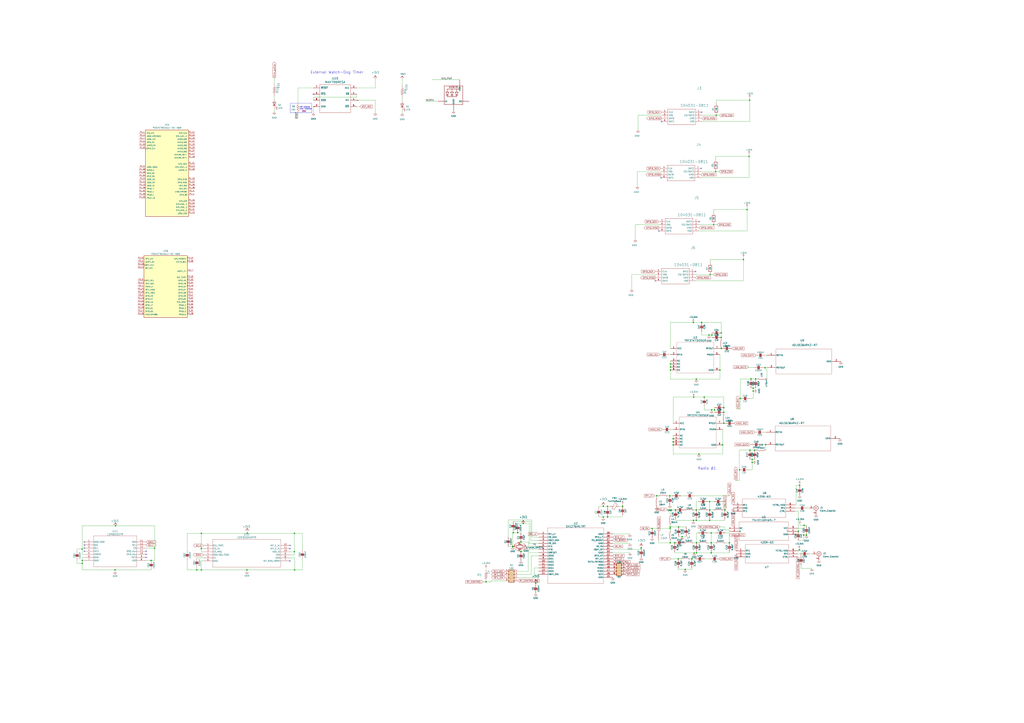
<source format=kicad_sch>
(kicad_sch (version 20230121) (generator eeschema)
  (paper "A1")
  (junction (at 615.95 369.9256))
  (junction (at 161.671 468.376))
  (junction (at 572.008 454.406))
  (junction (at 439.928 479.171))
  (junction (at 550.672 299.085))
  (junction (at 615.696 82.296))
  (junction (at 94.869 432.054))
  (junction (at 593.471 365.633))
  (junction (at 594.487 347.853))
  (junction (at 570.103 454.406))
  (junction (at 599.059 446.024))
  (junction (at 165.354 450.85))
  (junction (at 610.616 213.233))
  (junction (at 592.328 277.368))
  (junction (at 67.564 460.629))
  (junction (at 607.314 386.0546))
  (junction (at 429.768 430.149))
  (junction (at 552.831 363.093))
  (junction (at 241.808 438.277))
  (junction (at 662.305 439.801))
  (junction (at 584.073 454.406))
  (junction (at 94.488 468.249))
  (junction (at 550.164 407.416))
  (junction (at 526.669 450.215))
  (junction (at 550.672 304.165))
  (junction (at 582.803 427.609))
  (junction (at 535.559 434.34))
  (junction (at 562.737 467.995))
  (junction (at 554.736 419.1))
  (junction (at 572.008 446.024))
  (junction (at 591.312 304.165))
  (junction (at 592.328 286.385))
  (junction (at 584.073 446.024))
  (junction (at 495.554 416.052))
  (junction (at 584.454 336.804))
  (junction (at 584.073 438.023))
  (junction (at 571.881 311.658))
  (junction (at 613.537 172.212))
  (junction (at 550.418 434.34))
  (junction (at 550.418 446.024))
  (junction (at 582.295 275.336))
  (junction (at 498.983 424.942))
  (junction (at 618.5535 318.9605))
  (junction (at 615.188 128.524))
  (junction (at 592.328 273.558))
  (junction (at 427.863 453.136))
  (junction (at 550.418 419.1))
  (junction (at 568.198 459.232))
  (junction (at 571.881 427.609))
  (junction (at 608.1395 327.4695))
  (junction (at 124.079 460.629))
  (junction (at 421.132 449.326))
  (junction (at 427.863 445.516))
  (junction (at 550.418 433.07))
  (junction (at 569.468 427.609))
  (junction (at 127 450.469))
  (junction (at 656.463 451.993))
  (junction (at 616.7755 311.3405))
  (junction (at 560.197 441.071))
  (junction (at 421.513 437.769))
  (junction (at 656.717 398.78))
  (junction (at 203.073 438.277))
  (junction (at 587.756 140.97))
  (junction (at 595.376 419.1))
  (junction (at 571.881 419.1))
  (junction (at 241.808 453.39))
  (junction (at 617.728 377.5456))
  (junction (at 574.04 373.126))
  (junction (at 628.777 365.379))
  (junction (at 552.831 360.553))
  (junction (at 594.487 335.026))
  (junction (at 550.672 301.625))
  (junction (at 399.161 478.155))
  (junction (at 578.358 326.39))
  (junction (at 655.701 436.626))
  (junction (at 619.76 369.9256))
  (junction (at 586.105 184.658))
  (junction (at 576.199 264.922))
  (junction (at 584.708 275.336))
  (junction (at 586.867 336.804))
  (junction (at 165.354 468.376))
  (junction (at 582.803 419.1))
  (junction (at 569.722 326.39))
  (junction (at 582.803 412.242))
  (junction (at 425.196 437.769))
  (junction (at 588.264 94.742))
  (junction (at 165.354 438.277))
  (junction (at 241.935 468.376))
  (junction (at 557.276 433.07))
  (junction (at 495.427 424.942))
  (junction (at 498.983 416.052))
  (junction (at 617.728 379.9586))
  (junction (at 554.101 446.024))
  (junction (at 618.5535 321.3735))
  (junction (at 594.487 338.836))
  (junction (at 620.5855 311.3405))
  (junction (at 511.302 416.052))
  (junction (at 539.369 407.416))
  (junction (at 552.831 365.633))
  (junction (at 421.132 448.945))
  (junction (at 67.437 451.231))
  (junction (at 583.184 225.679))
  (junction (at 557.149 459.232))
  (junction (at 660.146 439.801))
  (junction (at 569.468 264.922))
  (junction (at 202.819 468.376))
  (junction (at 628.269 302.133))
  (junction (at 660.4 431.673))
  (junction (at 67.564 463.042))
  (no_connect (at 574.167 182.118))
  (no_connect (at 543.306 99.822))
  (no_connect (at 575.818 138.43))
  (no_connect (at 238.125 461.01))
  (no_connect (at 571.246 223.139))
  (no_connect (at 120.015 453.009))
  (no_connect (at 120.015 458.089))
  (no_connect (at 238.125 448.31))
  (no_connect (at 120.015 455.549))
  (no_connect (at 538.226 230.759))
  (no_connect (at 69.215 453.009))
  (no_connect (at 69.215 445.389))
  (no_connect (at 257.429 77.343))
  (no_connect (at 541.147 189.738))
  (no_connect (at 69.215 450.469))
  (no_connect (at 542.798 146.05))
  (no_connect (at 69.215 447.929))
  (no_connect (at 238.125 450.85))
  (no_connect (at 576.326 92.202))
  (wire (pts (xy 569.468 446.024) (xy 572.008 446.024)))
  (wire (pts (xy 599.059 453.644) (xy 599.059 454.406)))
  (wire (pts (xy 578.358 334.01) (xy 578.358 336.804)))
  (wire (pts (xy 557.276 433.07) (xy 557.276 433.197)))
  (wire (pts (xy 628.269 303.1236) (xy 628.269 302.133)))
  (wire (pts (xy 615.7595 327.4695) (xy 618.5535 327.4695)))
  (wire (pts (xy 202.819 468.376) (xy 202.819 469.392)))
  (wire (pts (xy 626.7958 302.133) (xy 626.7958 302.1584)))
  (wire (pts (xy 396.748 478.155) (xy 399.161 478.155)))
  (wire (pts (xy 548.767 418.719) (xy 548.767 419.1)))
  (polyline (pts (xy 256.159 84.963) (xy 256.159 92.583)))
  (wire (pts (xy 425.069 469.646) (xy 433.705 469.646)))
  (wire (pts (xy 571.881 419.1) (xy 573.659 419.1)))
  (wire (pts (xy 588.264 84.582) (xy 588.264 82.296)))
  (wire (pts (xy 595.376 412.242) (xy 595.376 419.1)))
  (wire (pts (xy 614.4768 301.625) (xy 614.4514 301.625)))
  (wire (pts (xy 593.471 347.853) (xy 594.487 347.853)))
  (wire (pts (xy 594.487 338.836) (xy 594.487 340.233)))
  (wire (pts (xy 153.67 460.121) (xy 153.67 468.376)))
  (wire (pts (xy 618.9345 321.3735) (xy 618.5535 321.3735)))
  (wire (pts (xy 495.427 424.942) (xy 495.427 425.45)))
  (wire (pts (xy 517.398 454.152) (xy 503.301 454.152)))
  (wire (pts (xy 586.105 174.498) (xy 586.105 172.212)))
  (wire (pts (xy 618.5535 321.3735) (xy 618.5535 318.9605)))
  (wire (pts (xy 491.617 417.068) (xy 491.617 416.052)))
  (wire (pts (xy 425.196 437.769) (xy 421.513 437.769)))
  (wire (pts (xy 541.147 184.658) (xy 521.843 184.658)))
  (wire (pts (xy 584.708 273.558) (xy 584.708 275.336)))
  (wire (pts (xy 613.537 172.212) (xy 613.537 189.738)))
  (wire (pts (xy 583.184 215.519) (xy 583.184 213.233)))
  (wire (pts (xy 503.301 438.912) (xy 517.271 438.912)))
  (wire (pts (xy 652.907 415.036) (xy 653.796 415.036)))
  (wire (pts (xy 554.101 454.406) (xy 570.103 454.406)))
  (wire (pts (xy 570.103 454.406) (xy 572.008 454.406)))
  (wire (pts (xy 557.149 467.995) (xy 562.737 467.995)))
  (wire (pts (xy 241.808 438.277) (xy 203.073 438.277)))
  (wire (pts (xy 439.928 479.171) (xy 439.928 480.06)))
  (wire (pts (xy 591.312 286.385) (xy 592.328 286.385)))
  (wire (pts (xy 292.989 82.423) (xy 308.229 82.423)))
  (wire (pts (xy 67.564 468.249) (xy 94.488 468.249)))
  (wire (pts (xy 524.002 94.742) (xy 524.002 106.68)))
  (wire (pts (xy 660.146 444.246) (xy 660.146 439.801)))
  (wire (pts (xy 614.4768 302.1584) (xy 614.4768 301.625)))
  (wire (pts (xy 628.396 291.973) (xy 629.666 291.973)))
  (wire (pts (xy 534.035 434.34) (xy 535.559 434.34)))
  (wire (pts (xy 563.499 433.07) (xy 557.276 433.07)))
  (wire (pts (xy 153.67 452.501) (xy 153.67 438.277)))
  (wire (pts (xy 607.314 386.0546) (xy 607.314 369.9256)))
  (wire (pts (xy 127 450.469) (xy 127 432.054)))
  (wire (pts (xy 167.005 453.39) (xy 165.354 453.39)))
  (wire (pts (xy 439.928 478.663) (xy 439.928 479.171)))
  (wire (pts (xy 435.864 443.992) (xy 435.864 428.625)))
  (wire (pts (xy 655.955 451.993) (xy 656.463 451.993)))
  (wire (pts (xy 495.554 416.052) (xy 495.554 415.29)))
  (wire (pts (xy 550.418 444.119) (xy 550.418 446.024)))
  (wire (pts (xy 662.305 431.673) (xy 660.4 431.673)))
  (wire (pts (xy 550.418 446.024) (xy 554.101 446.024)))
  (wire (pts (xy 569.722 326.39) (xy 578.358 326.39)))
  (wire (pts (xy 436.245 456.692) (xy 442.341 456.692)))
  (wire (pts (xy 591.312 433.07) (xy 595.122 433.07)))
  (wire (pts (xy 595.503 438.023) (xy 599.059 438.023)))
  (wire (pts (xy 308.229 82.423) (xy 308.229 92.583)))
  (wire (pts (xy 491.617 416.052) (xy 495.554 416.052)))
  (wire (pts (xy 436.88 427.355) (xy 417.322 427.355)))
  (wire (pts (xy 616.331 365.3536) (xy 617.22 365.3536)))
  (wire (pts (xy 69.215 458.089) (xy 67.564 458.089)))
  (wire (pts (xy 576.199 272.542) (xy 576.199 275.336)))
  (wire (pts (xy 592.328 277.368) (xy 592.328 278.765)))
  (wire (pts (xy 655.32 455.168) (xy 656.971 455.168)))
  (wire (pts (xy 359.791 83.312) (xy 349.631 83.312)))
  (wire (pts (xy 608.1395 335.9658) (xy 608.1395 327.4695)))
  (wire (pts (xy 653.796 398.78) (xy 656.717 398.78)))
  (wire (pts (xy 425.069 474.726) (xy 438.658 474.726)))
  (wire (pts (xy 566.547 459.232) (xy 568.198 459.232)))
  (polyline (pts (xy 238.379 92.583) (xy 238.379 84.963)))
  (wire (pts (xy 425.196 430.149) (xy 429.768 430.149)))
  (wire (pts (xy 501.015 416.052) (xy 498.983 416.052)))
  (wire (pts (xy 244.729 92.583) (xy 244.729 97.663)))
  (wire (pts (xy 548.005 418.719) (xy 548.767 418.719)))
  (wire (pts (xy 583.184 213.233) (xy 610.616 213.233)))
  (wire (pts (xy 575.818 146.05) (xy 615.188 146.05)))
  (wire (pts (xy 584.073 438.023) (xy 587.883 438.023)))
  (wire (pts (xy 573.405 438.023) (xy 572.008 438.023)))
  (wire (pts (xy 414.909 477.266) (xy 403.479 477.266)))
  (wire (pts (xy 238.125 458.47) (xy 241.935 458.47)))
  (wire (pts (xy 653.796 415.036) (xy 653.796 398.78)))
  (wire (pts (xy 571.881 427.609) (xy 569.468 427.609)))
  (wire (pts (xy 551.561 352.933) (xy 552.831 352.933)))
  (wire (pts (xy 595.503 446.024) (xy 599.059 446.024)))
  (wire (pts (xy 526.669 450.215) (xy 526.669 450.596)))
  (wire (pts (xy 257.429 79.883) (xy 292.989 79.883)))
  (wire (pts (xy 593.471 373.126) (xy 574.04 373.126)))
  (wire (pts (xy 585.978 412.242) (xy 582.803 412.242)))
  (wire (pts (xy 94.488 468.249) (xy 94.488 469.646)))
  (wire (pts (xy 508.635 416.052) (xy 511.302 416.052)))
  (wire (pts (xy 615.95 369.9256) (xy 619.76 369.9256)))
  (wire (pts (xy 427.863 445.516) (xy 426.974 445.516)))
  (wire (pts (xy 153.67 438.277) (xy 165.354 438.277)))
  (wire (pts (xy 584.073 453.644) (xy 584.073 454.406)))
  (wire (pts (xy 592.328 264.922) (xy 592.328 273.558)))
  (wire (pts (xy 67.437 451.231) (xy 67.437 432.054)))
  (wire (pts (xy 434.086 449.072) (xy 434.086 445.516)))
  (wire (pts (xy 526.034 450.215) (xy 526.669 450.215)))
  (wire (pts (xy 593.598 412.242) (xy 595.376 412.242)))
  (wire (pts (xy 225.298 68.834) (xy 225.298 63.754)))
  (wire (pts (xy 628.777 365.379) (xy 628.777 369.9256)))
  (wire (pts (xy 569.976 419.1) (xy 571.881 419.1)))
  (wire (pts (xy 552.831 326.39) (xy 569.722 326.39)))
  (wire (pts (xy 655.955 452.628) (xy 655.955 451.993)))
  (wire (pts (xy 63.246 451.231) (xy 67.437 451.231)))
  (wire (pts (xy 599.186 435.61) (xy 599.186 436.626)))
  (wire (pts (xy 127 432.054) (xy 94.869 432.054)))
  (wire (pts (xy 427.863 437.769) (xy 425.196 437.769)))
  (wire (pts (xy 557.149 459.232) (xy 558.927 459.232)))
  (wire (pts (xy 660.146 439.801) (xy 662.305 439.801)))
  (wire (pts (xy 617.22 365.3536) (xy 617.22 365.379)))
  (polyline (pts (xy 238.379 84.963) (xy 256.159 84.963)))
  (wire (pts (xy 292.989 79.883) (xy 292.989 77.343)))
  (wire (pts (xy 584.454 336.804) (xy 586.867 336.804)))
  (wire (pts (xy 425.069 472.186) (xy 436.245 472.186)))
  (wire (pts (xy 662.559 417.576) (xy 665.099 417.576)))
  (wire (pts (xy 572.008 438.023) (xy 572.008 446.024)))
  (wire (pts (xy 427.863 437.896) (xy 427.863 437.769)))
  (wire (pts (xy 610.616 213.233) (xy 610.616 230.759)))
  (wire (pts (xy 550.672 299.085) (xy 550.672 301.625)))
  (wire (pts (xy 167.005 450.85) (xy 165.354 450.85)))
  (wire (pts (xy 63.246 460.375) (xy 63.246 463.042)))
  (wire (pts (xy 572.008 454.406) (xy 584.073 454.406)))
  (wire (pts (xy 617.728 377.5456) (xy 619.76 377.5456)))
  (wire (pts (xy 576.199 275.336) (xy 582.295 275.336)))
  (wire (pts (xy 607.314 369.9256) (xy 615.95 369.9256)))
  (wire (pts (xy 491.617 424.942) (xy 495.427 424.942)))
  (wire (pts (xy 578.612 459.232) (xy 583.057 459.232)))
  (wire (pts (xy 619.76 369.9256) (xy 621.157 369.9256)))
  (wire (pts (xy 550.672 311.658) (xy 571.881 311.658)))
  (wire (pts (xy 550.672 296.545) (xy 550.672 299.085)))
  (wire (pts (xy 120.015 450.469) (xy 127 450.469)))
  (wire (pts (xy 550.164 407.416) (xy 551.688 407.416)))
  (wire (pts (xy 619.1758 302.1584) (xy 614.4768 302.1584)))
  (wire (pts (xy 583.184 225.679) (xy 585.978 225.679)))
  (wire (pts (xy 615.95 377.5456) (xy 617.728 377.5456)))
  (wire (pts (xy 537.591 407.416) (xy 539.369 407.416)))
  (wire (pts (xy 599.186 436.626) (xy 599.313 436.626)))
  (wire (pts (xy 595.122 433.07) (xy 595.122 435.61)))
  (wire (pts (xy 570.357 407.416) (xy 599.059 407.416)))
  (wire (pts (xy 542.798 140.97) (xy 523.494 140.97)))
  (wire (pts (xy 403.479 478.155) (xy 399.161 478.155)))
  (wire (pts (xy 417.322 448.945) (xy 421.132 448.945)))
  (wire (pts (xy 503.301 451.612) (xy 526.034 451.612)))
  (wire (pts (xy 498.983 416.052) (xy 498.983 417.195)))
  (wire (pts (xy 592.328 273.558) (xy 592.328 277.368)))
  (wire (pts (xy 526.669 449.199) (xy 526.669 450.215)))
  (wire (pts (xy 417.322 427.355) (xy 417.322 441.325)))
  (wire (pts (xy 664.591 455.168) (xy 667.512 455.168)))
  (wire (pts (xy 63.246 452.755) (xy 63.246 451.231)))
  (wire (pts (xy 655.701 420.116) (xy 655.701 436.626)))
  (wire (pts (xy 595.122 435.61) (xy 599.186 435.61)))
  (wire (pts (xy 550.418 433.07) (xy 557.276 433.07)))
  (wire (pts (xy 660.019 439.166) (xy 660.019 439.801)))
  (wire (pts (xy 554.101 453.644) (xy 554.101 454.406)))
  (wire (pts (xy 225.298 89.154) (xy 225.298 91.694)))
  (wire (pts (xy 586.867 336.804) (xy 586.867 338.836)))
  (wire (pts (xy 552.831 373.126) (xy 574.04 373.126)))
  (wire (pts (xy 241.808 453.39) (xy 241.808 438.277)))
  (wire (pts (xy 550.672 301.625) (xy 550.672 304.165)))
  (wire (pts (xy 629.92 303.1236) (xy 628.269 303.1236)))
  (wire (pts (xy 69.215 455.549) (xy 67.437 455.549)))
  (wire (pts (xy 421.513 436.245) (xy 421.513 437.769)))
  (wire (pts (xy 442.341 471.932) (xy 441.579 471.932)))
  (wire (pts (xy 153.67 468.376) (xy 161.671 468.376)))
  (wire (pts (xy 586.105 172.212) (xy 613.537 172.212)))
  (wire (pts (xy 614.934 386.0546) (xy 617.728 386.0546)))
  (wire (pts (xy 517.398 446.532) (xy 503.301 446.532)))
  (wire (pts (xy 63.246 463.042) (xy 67.564 463.042)))
  (wire (pts (xy 552.831 358.013) (xy 552.831 360.553)))
  (wire (pts (xy 552.831 360.553) (xy 552.831 363.093)))
  (wire (pts (xy 495.427 424.942) (xy 498.983 424.942)))
  (wire (pts (xy 436.88 441.452) (xy 436.88 427.355)))
  (wire (pts (xy 552.831 347.853) (xy 552.831 326.39)))
  (wire (pts (xy 608.1395 311.3405) (xy 616.7755 311.3405)))
  (wire (pts (xy 586.867 335.026) (xy 586.867 336.804)))
  (wire (pts (xy 568.198 467.995) (xy 562.737 467.995)))
  (wire (pts (xy 610.616 211.455) (xy 610.616 213.233)))
  (wire (pts (xy 165.354 453.39) (xy 165.354 450.85)))
  (wire (pts (xy 238.125 455.93) (xy 241.808 455.93)))
  (wire (pts (xy 594.487 335.026) (xy 594.487 338.836)))
  (wire (pts (xy 550.418 433.07) (xy 550.418 434.34)))
  (wire (pts (xy 593.852 419.1) (xy 595.376 419.1)))
  (wire (pts (xy 578.358 336.804) (xy 584.454 336.804)))
  (wire (pts (xy 629.92 311.3024) (xy 629.92 303.1236)))
  (wire (pts (xy 591.312 304.165) (xy 591.312 311.658)))
  (wire (pts (xy 629.666 302.133) (xy 628.269 302.133)))
  (wire (pts (xy 657.86 464.439) (xy 657.86 466.979)))
  (wire (pts (xy 615.696 82.296) (xy 615.696 99.822)))
  (wire (pts (xy 588.264 82.296) (xy 615.696 82.296)))
  (wire (pts (xy 550.418 419.1) (xy 554.736 419.1)))
  (wire (pts (xy 165.354 461.01) (xy 165.354 468.376)))
  (wire (pts (xy 628.269 302.133) (xy 626.7958 302.133)))
  (wire (pts (xy 421.132 448.945) (xy 421.132 449.326)))
  (wire (pts (xy 576.326 99.822) (xy 615.696 99.822)))
  (wire (pts (xy 592.328 286.385) (xy 593.217 286.385)))
  (wire (pts (xy 572.008 446.024) (xy 573.532 446.024)))
  (wire (pts (xy 587.756 128.524) (xy 615.188 128.524)))
  (wire (pts (xy 615.696 80.518) (xy 615.696 82.296)))
  (wire (pts (xy 421.513 437.769) (xy 421.132 437.769)))
  (wire (pts (xy 618.5535 327.4695) (xy 618.5535 321.3735)))
  (wire (pts (xy 594.487 347.853) (xy 595.376 347.853)))
  (wire (pts (xy 655.701 420.116) (xy 652.907 420.116)))
  (wire (pts (xy 295.529 87.503) (xy 292.989 87.503)))
  (wire (pts (xy 584.073 454.406) (xy 599.059 454.406)))
  (wire (pts (xy 165.354 438.277) (xy 203.073 438.277)))
  (wire (pts (xy 491.617 424.688) (xy 491.617 424.942)))
  (wire (pts (xy 434.467 453.136) (xy 434.467 451.612)))
  (wire (pts (xy 573.659 412.242) (xy 571.881 412.242)))
  (wire (pts (xy 165.354 468.376) (xy 202.819 468.376)))
  (wire (pts (xy 161.671 458.47) (xy 167.005 458.47)))
  (wire (pts (xy 377.571 65.532) (xy 354.711 65.532)))
  (wire (pts (xy 330.327 90.424) (xy 330.327 92.964)))
  (wire (pts (xy 257.429 72.263) (xy 244.729 72.263)))
  (wire (pts (xy 581.279 412.242) (xy 582.803 412.242)))
  (wire (pts (xy 244.729 72.263) (xy 244.729 84.963)))
  (wire (pts (xy 656.717 398.78) (xy 656.717 399.415)))
  (wire (pts (xy 442.341 443.992) (xy 435.864 443.992)))
  (wire (pts (xy 655.701 436.626) (xy 655.193 436.626)))
  (wire (pts (xy 543.306 94.742) (xy 524.002 94.742)))
  (wire (pts (xy 433.705 454.152) (xy 442.341 454.152)))
  (wire (pts (xy 241.935 458.47) (xy 241.935 468.376)))
  (wire (pts (xy 657.86 466.979) (xy 666.75 466.979)))
  (wire (pts (xy 584.454 337.185) (xy 584.454 336.804)))
  (wire (pts (xy 593.471 365.633) (xy 593.471 373.126)))
  (wire (pts (xy 572.008 453.644) (xy 572.008 454.406)))
  (wire (pts (xy 656.971 431.673) (xy 656.971 431.038)))
  (wire (pts (xy 615.188 126.746) (xy 615.188 128.524)))
  (wire (pts (xy 578.358 326.39) (xy 594.487 326.39)))
  (wire (pts (xy 582.803 412.242) (xy 582.803 419.1)))
  (wire (pts (xy 582.803 427.609) (xy 571.881 427.609)))
  (wire (pts (xy 660.4 434.086) (xy 660.4 431.673)))
  (wire (pts (xy 586.105 184.658) (xy 588.899 184.658)))
  (wire (pts (xy 434.086 445.516) (xy 427.863 445.516)))
  (wire (pts (xy 67.437 432.054) (xy 94.869 432.054)))
  (wire (pts (xy 557.149 466.852) (xy 557.149 467.995)))
  (wire (pts (xy 127 460.629) (xy 127 450.469)))
  (wire (pts (xy 257.429 82.423) (xy 257.429 79.883)))
  (wire (pts (xy 541.147 444.119) (xy 541.147 446.024)))
  (wire (pts (xy 656.463 451.231) (xy 656.463 451.993)))
  (wire (pts (xy 241.808 455.93) (xy 241.808 453.39)))
  (wire (pts (xy 595.376 427.609) (xy 582.803 427.609)))
  (wire (pts (xy 588.264 94.742) (xy 591.058 94.742)))
  (wire (pts (xy 541.147 446.024) (xy 550.418 446.024)))
  (wire (pts (xy 581.025 438.023) (xy 584.073 438.023)))
  (wire (pts (xy 562.737 467.995) (xy 562.737 468.122)))
  (wire (pts (xy 594.487 326.39) (xy 594.487 335.026)))
  (wire (pts (xy 622.2746 311.3024) (xy 622.3 311.3024)))
  (wire (pts (xy 526.034 451.612) (xy 526.034 450.215)))
  (wire (pts (xy 655.193 434.086) (xy 660.4 434.086)))
  (wire (pts (xy 248.412 451.993) (xy 248.412 438.277)))
  (wire (pts (xy 120.015 460.629) (xy 124.079 460.629)))
  (wire (pts (xy 591.312 291.465) (xy 591.312 304.165)))
  (wire (pts (xy 608.1395 327.4695) (xy 608.1395 311.3405)))
  (wire (pts (xy 257.429 87.503) (xy 257.429 92.583)))
  (wire (pts (xy 655.32 452.628) (xy 655.955 452.628)))
  (wire (pts (xy 539.369 407.416) (xy 540.639 407.416)))
  (wire (pts (xy 427.863 453.136) (xy 434.467 453.136)))
  (wire (pts (xy 442.341 441.452) (xy 436.88 441.452)))
  (wire (pts (xy 615.188 128.524) (xy 615.188 146.05)))
  (wire (pts (xy 548.259 407.416) (xy 550.164 407.416)))
  (wire (pts (xy 161.671 458.724) (xy 161.671 458.47)))
  (wire (pts (xy 330.327 70.104) (xy 330.327 65.024)))
  (wire (pts (xy 576.326 94.742) (xy 588.264 94.742)))
  (wire (pts (xy 165.354 438.277) (xy 165.354 450.85)))
  (wire (pts (xy 539.369 416.687) (xy 539.369 416.56)))
  (wire (pts (xy 559.308 407.416) (xy 562.737 407.416)))
  (wire (pts (xy 436.245 472.186) (xy 436.245 456.692)))
  (wire (pts (xy 574.167 189.738) (xy 613.537 189.738)))
  (wire (pts (xy 550.418 434.34) (xy 550.418 436.499)))
  (wire (pts (xy 557.276 441.071) (xy 560.197 441.071)))
  (wire (pts (xy 421.132 437.769) (xy 421.132 448.945)))
  (wire (pts (xy 434.594 446.532) (xy 434.594 430.149)))
  (wire (pts (xy 591.312 311.658) (xy 571.881 311.658)))
  (wire (pts (xy 554.736 426.72) (xy 554.736 427.609)))
  (wire (pts (xy 67.437 455.549) (xy 67.437 451.231)))
  (wire (pts (xy 617.728 379.9586) (xy 617.728 377.5456)))
  (wire (pts (xy 421.132 449.326) (xy 421.894 449.326)))
  (wire (pts (xy 582.295 275.336) (xy 584.708 275.336)))
  (wire (pts (xy 442.341 449.072) (xy 434.086 449.072)))
  (wire (pts (xy 441.579 471.932) (xy 441.579 479.171)))
  (wire (pts (xy 67.564 460.629) (xy 69.215 460.629)))
  (wire (pts (xy 438.658 474.726) (xy 438.658 466.852)))
  (wire (pts (xy 521.843 184.658) (xy 521.843 196.596)))
  (wire (pts (xy 225.298 78.994) (xy 225.298 81.534)))
  (wire (pts (xy 576.199 264.922) (xy 592.328 264.922)))
  (wire (pts (xy 584.073 446.024) (xy 587.883 446.024)))
  (wire (pts (xy 550.672 304.165) (xy 550.672 311.658)))
  (wire (pts (xy 657.86 451.993) (xy 656.463 451.993)))
  (wire (pts (xy 248.412 468.376) (xy 241.935 468.376)))
  (wire (pts (xy 616.7755 311.3405) (xy 620.5855 311.3405)))
  (wire (pts (xy 605.9424 335.9404) (xy 605.9424 335.9658)))
  (wire (pts (xy 568.198 466.852) (xy 568.198 467.995)))
  (wire (pts (xy 403.479 477.266) (xy 403.479 478.155)))
  (wire (pts (xy 441.579 479.171) (xy 439.928 479.171)))
  (wire (pts (xy 124.079 460.629) (xy 127 460.629)))
  (wire (pts (xy 628.777 365.379) (xy 628.9294 365.379)))
  (wire (pts (xy 569.468 264.922) (xy 576.199 264.922)))
  (wire (pts (xy 613.537 170.434) (xy 613.537 172.212)))
  (wire (pts (xy 593.471 352.933) (xy 593.471 365.633)))
  (wire (pts (xy 498.983 424.942) (xy 498.983 424.815)))
  (wire (pts (xy 571.881 426.72) (xy 571.881 427.609)))
  (wire (pts (xy 550.799 459.232) (xy 557.149 459.232)))
  (wire (pts (xy 622.2746 311.3024) (xy 622.2746 311.3405)))
  (wire (pts (xy 563.499 441.071) (xy 563.499 440.69)))
  (wire (pts (xy 552.831 363.093) (xy 552.831 365.633)))
  (wire (pts (xy 662.305 439.928) (xy 662.305 439.801)))
  (wire (pts (xy 549.402 291.465) (xy 550.672 291.465)))
  (wire (pts (xy 67.564 460.629) (xy 67.564 463.042)))
  (wire (pts (xy 67.564 458.089) (xy 67.564 460.629)))
  (polyline (pts (xy 256.159 92.583) (xy 238.379 92.583)))
  (wire (pts (xy 618.109 379.9586) (xy 617.728 379.9586)))
  (wire (pts (xy 539.369 408.94) (xy 539.369 407.416)))
  (wire (pts (xy 657.86 451.993) (xy 657.86 456.819)))
  (wire (pts (xy 438.658 466.852) (xy 442.341 466.852)))
  (wire (pts (xy 561.721 446.024) (xy 561.848 446.024)))
  (wire (pts (xy 511.302 424.942) (xy 498.983 424.942)))
  (wire (pts (xy 434.594 446.532) (xy 442.341 446.532)))
  (wire (pts (xy 575.818 140.97) (xy 587.756 140.97)))
  (wire (pts (xy 660.4 431.673) (xy 656.971 431.673)))
  (wire (pts (xy 605.9424 335.9658) (xy 608.1395 335.9658)))
  (wire (pts (xy 308.229 72.263) (xy 292.989 72.263)))
  (wire (pts (xy 203.073 436.626) (xy 203.073 438.277)))
  (wire (pts (xy 552.831 365.633) (xy 552.831 373.126)))
  (wire (pts (xy 560.197 441.071) (xy 563.499 441.071)))
  (wire (pts (xy 161.671 466.344) (xy 161.671 468.376)))
  (wire (pts (xy 161.671 468.376) (xy 165.354 468.376)))
  (wire (pts (xy 167.005 461.01) (xy 165.354 461.01)))
  (wire (pts (xy 618.5535 318.9605) (xy 620.5855 318.9605)))
  (wire (pts (xy 571.881 412.242) (xy 571.881 419.1)))
  (wire (pts (xy 656.717 398.145) (xy 656.717 398.78)))
  (wire (pts (xy 426.974 453.136) (xy 427.863 453.136)))
  (wire (pts (xy 624.84 365.379) (xy 628.777 365.379)))
  (wire (pts (xy 582.803 419.1) (xy 586.232 419.1)))
  (wire (pts (xy 581.279 419.1) (xy 582.803 419.1)))
  (wire (pts (xy 581.152 446.024) (xy 584.073 446.024)))
  (wire (pts (xy 662.305 432.054) (xy 662.305 431.673)))
  (wire (pts (xy 607.314 386.0546) (xy 607.314 394.8176)))
  (wire (pts (xy 550.672 264.922) (xy 569.468 264.922)))
  (wire (pts (xy 518.922 225.679) (xy 518.922 237.617)))
  (wire (pts (xy 238.125 453.39) (xy 241.808 453.39)))
  (wire (pts (xy 604.3168 394.8176) (xy 607.314 394.8176)))
  (wire (pts (xy 571.246 230.759) (xy 610.616 230.759)))
  (wire (pts (xy 550.418 431.165) (xy 550.418 433.07)))
  (wire (pts (xy 511.302 416.052) (xy 511.302 414.401)))
  (wire (pts (xy 599.059 438.023) (xy 599.059 446.024)))
  (wire (pts (xy 660.019 439.801) (xy 660.146 439.801)))
  (wire (pts (xy 330.327 80.264) (xy 330.327 82.804)))
  (wire (pts (xy 535.559 434.34) (xy 550.418 434.34)))
  (wire (pts (xy 523.494 140.97) (xy 523.494 152.908)))
  (wire (pts (xy 67.564 463.042) (xy 67.564 468.249)))
  (wire (pts (xy 582.295 275.717) (xy 582.295 275.336)))
  (wire (pts (xy 550.672 286.385) (xy 550.672 264.922)))
  (wire (pts (xy 616.7755 318.9605) (xy 618.5535 318.9605)))
  (wire (pts (xy 308.229 72.263) (xy 308.229 64.643)))
  (wire (pts (xy 571.246 225.679) (xy 583.184 225.679)))
  (wire (pts (xy 604.3168 394.8176) (xy 604.3168 394.3096)))
  (wire (pts (xy 574.167 184.658) (xy 586.105 184.658)))
  (wire (pts (xy 429.768 430.149) (xy 434.594 430.149)))
  (wire (pts (xy 568.198 459.232) (xy 570.992 459.232)))
  (wire (pts (xy 550.418 423.545) (xy 550.418 419.1)))
  (wire (pts (xy 655.701 444.246) (xy 660.146 444.246)))
  (wire (pts (xy 584.708 275.336) (xy 584.708 277.368)))
  (wire (pts (xy 124.079 468.249) (xy 94.488 468.249)))
  (wire (pts (xy 538.226 225.679) (xy 518.922 225.679)))
  (wire (pts (xy 569.468 427.609) (xy 569.468 428.244)))
  (wire (pts (xy 554.736 427.609) (xy 569.468 427.609)))
  (wire (pts (xy 584.073 438.023) (xy 584.073 446.024)))
  (wire (pts (xy 595.376 426.72) (xy 595.376 427.609)))
  (wire (pts (xy 587.756 140.97) (xy 590.55 140.97)))
  (wire (pts (xy 655.193 439.166) (xy 660.019 439.166)))
  (wire (pts (xy 627.761 355.219) (xy 628.9294 355.219)))
  (wire (pts (xy 622.2746 311.3405) (xy 620.5855 311.3405)))
  (wire (pts (xy 587.756 130.81) (xy 587.756 128.524)))
  (wire (pts (xy 498.983 416.052) (xy 495.554 416.052)))
  (wire (pts (xy 652.907 417.576) (xy 654.939 417.576)))
  (wire (pts (xy 557.276 440.817) (xy 557.276 441.071)))
  (wire (pts (xy 421.513 428.625) (xy 435.864 428.625)))
  (wire (pts (xy 241.935 468.376) (xy 202.819 468.376)))
  (wire (pts (xy 433.705 469.646) (xy 433.705 454.152)))
  (wire (pts (xy 248.412 438.277) (xy 241.808 438.277)))
  (wire (pts (xy 248.412 459.613) (xy 248.412 468.376)))
  (wire (pts (xy 548.767 419.1) (xy 550.418 419.1)))
  (wire (pts (xy 662.305 439.801) (xy 662.305 439.674)))
  (wire (pts (xy 617.728 386.0546) (xy 617.728 379.9586)))
  (wire (pts (xy 582.803 426.72) (xy 582.803 427.609)))
  (wire (pts (xy 434.467 451.612) (xy 442.341 451.612)))
  (text "WDT enabled\nwhen installed" (at 245.999 90.043 0) (effects (font (size 0.889 0.889)) (justify left bottom)))
  (text "External Watch-Dog Timer" (at 254.889 60.833 0) (effects (font (size 2.159 2.159)) (justify left bottom)))
  (text "Radio #1" (at 573.024 386.334 0) (effects (font (size 2.159 2.159)) (justify left bottom)))
  (label "NEOPIX" (at 349.631 83.312 0) (effects (font (size 1.2446 1.2446))))
  (label "NEO_PWR" (at 362.331 65.532 0) (effects (font (size 1.2446 1.2446))))
  (label "~{RESET}" (at 244.729 97.663 90) (effects (font (size 1.2446 1.2446))))
  (global_label "RFO_LF" (shape input) (at 503.301 441.452 0) (property "Intersheetrefs" "${INTERSHEET_REFS}" (effects hide)))
  (global_label "RFI_LF" (shape input) (at 537.591 407.416 180) (property "Intersheetrefs" "${INTERSHEET_REFS}" (effects hide)))
  (global_label "LOW_IN2" (shape input) (at 599.059 407.416 90) (property "Intersheetrefs" "${INTERSHEET_REFS}" (effects hide)))
  (global_label "SPI0_SCK" (shape input) (at 541.147 182.118 180) (property "Intersheetrefs" "${INTERSHEET_REFS}" (effects hide)))
  (global_label "firm_active" (shape output) (at 225.298 63.754 90) (property "Intersheetrefs" "${INTERSHEET_REFS}" (effects hide)))
  (global_label "RF1_RST" (shape bidirectional) (at 414.909 469.646 180) (property "Intersheetrefs" "${INTERSHEET_REFS}" (effects hide)))
  (global_label "GND" (shape bidirectional) (at 292.989 82.423 0) (effects (font (size 0.254 0.254))) (property "Intersheetrefs" "${INTERSHEET_REFS}" (effects hide)))
  (global_label "RF_CONTROL_SW" (shape input) (at 425.069 477.266 0) (property "Intersheetrefs" "${INTERSHEET_REFS}" (effects hide)))
  (global_label "RFO_HF" (shape input) (at 503.301 456.692 0) (property "Intersheetrefs" "${INTERSHEET_REFS}" (effects hide)))
  (global_label "HIGH_IN2" (shape input) (at 590.677 459.232 0) (property "Intersheetrefs" "${INTERSHEET_REFS}" (effects hide)))
  (global_label "VCC_RF1" (shape output) (at 604.3168 394.3096 90) (property "Intersheetrefs" "${INTERSHEET_REFS}" (effects hide)))
  (global_label "SPI0_MOSI" (shape input) (at 575.818 143.51 0) (property "Intersheetrefs" "${INTERSHEET_REFS}" (effects hide)))
  (global_label "RF1_IO4" (shape bidirectional) (at 414.909 474.726 180) (property "Intersheetrefs" "${INTERSHEET_REFS}" (effects hide)))
  (global_label "SPI0_SCK" (shape input) (at 543.306 92.202 180) (property "Intersheetrefs" "${INTERSHEET_REFS}" (effects hide)))
  (global_label "SPI0_CS0" (shape input) (at 590.55 140.97 0) (property "Intersheetrefs" "${INTERSHEET_REFS}" (effects hide)))
  (global_label "SPI1_SCK" (shape input) (at 513.461 471.932 0) (property "Intersheetrefs" "${INTERSHEET_REFS}" (effects hide)))
  (global_label "SPI0_MOSI" (shape input) (at 571.246 228.219 0) (property "Intersheetrefs" "${INTERSHEET_REFS}" (effects hide)))
  (global_label "LOW_IN1" (shape input) (at 541.782 291.465 180) (property "Intersheetrefs" "${INTERSHEET_REFS}" (effects hide)))
  (global_label "HIGH_OUT1" (shape input) (at 599.059 439.674 0) (property "Intersheetrefs" "${INTERSHEET_REFS}" (effects hide)))
  (global_label "SPI0_MISO" (shape output) (at 541.147 187.198 180) (property "Intersheetrefs" "${INTERSHEET_REFS}" (effects hide)))
  (global_label "HIGH_IN2" (shape input) (at 602.996 347.853 0) (property "Intersheetrefs" "${INTERSHEET_REFS}" (effects hide)))
  (global_label "RFO_LF" (shape input) (at 548.005 418.719 180) (property "Intersheetrefs" "${INTERSHEET_REFS}" (effects hide)))
  (global_label "SPI1_CS0" (shape bidirectional) (at 513.461 464.312 0) (property "Intersheetrefs" "${INTERSHEET_REFS}" (effects hide)))
  (global_label "HIGH_OUT2" (shape input) (at 616.331 365.3536 180) (property "Intersheetrefs" "${INTERSHEET_REFS}" (effects hide)))
  (global_label "LOW_OUT1" (shape input) (at 620.776 291.973 180) (property "Intersheetrefs" "${INTERSHEET_REFS}" (effects hide)))
  (global_label "LOW_IN2" (shape input) (at 600.837 286.385 0) (property "Intersheetrefs" "${INTERSHEET_REFS}" (effects hide)))
  (global_label "WDT_WDI" (shape input) (at 295.529 87.503 0) (property "Intersheetrefs" "${INTERSHEET_REFS}" (effects hide)))
  (global_label "HIGH_IN1" (shape input) (at 604.52 457.708 270) (property "Intersheetrefs" "${INTERSHEET_REFS}" (effects hide)))
  (global_label "SCL1" (shape bidirectional) (at 167.005 448.31 180) (property "Intersheetrefs" "${INTERSHEET_REFS}" (effects hide)))
  (global_label "LOW_IN1" (shape input) (at 602.107 415.036 90) (property "Intersheetrefs" "${INTERSHEET_REFS}" (effects hide)))
  (global_label "HIGH_IN1" (shape input) (at 543.941 352.933 180) (property "Intersheetrefs" "${INTERSHEET_REFS}" (effects hide)))
  (global_label "RF_CONTROL" (shape input) (at 396.748 478.155 180) (property "Intersheetrefs" "${INTERSHEET_REFS}" (effects hide)))
  (global_label "LOW_OUT1" (shape input) (at 595.376 419.1 90) (property "Intersheetrefs" "${INTERSHEET_REFS}" (effects hide)))
  (global_label "RFI_LF" (shape input) (at 442.341 438.912 180) (property "Intersheetrefs" "${INTERSHEET_REFS}" (effects hide)))
  (global_label "PA_BOOST" (shape input) (at 503.301 443.992 0) (property "Intersheetrefs" "${INTERSHEET_REFS}" (effects hide)))
  (global_label "SPI0_SCK" (shape input) (at 538.226 223.139 180) (property "Intersheetrefs" "${INTERSHEET_REFS}" (effects hide)))
  (global_label "SDA1" (shape bidirectional) (at 167.005 455.93 180) (property "Intersheetrefs" "${INTERSHEET_REFS}" (effects hide)))
  (global_label "LOW_OUT2" (shape input) (at 614.4514 301.625 180) (property "Intersheetrefs" "${INTERSHEET_REFS}" (effects hide)))
  (global_label "VR_PA" (shape input) (at 534.035 434.34 180) (property "Intersheetrefs" "${INTERSHEET_REFS}" (effects hide)))
  (global_label "SPI1_MISO" (shape output) (at 513.461 469.392 0) (property "Intersheetrefs" "${INTERSHEET_REFS}" (effects hide)))
  (global_label "RFI_HF" (shape input) (at 503.301 459.232 0) (property "Intersheetrefs" "${INTERSHEET_REFS}" (effects hide)))
  (global_label "RF_CONTROL_SW" (shape input) (at 591.312 433.07 180) (property "Intersheetrefs" "${INTERSHEET_REFS}" (effects hide)))
  (global_label "RF_CONTROL_SW" (shape input) (at 655.32 457.708 270) (property "Intersheetrefs" "${INTERSHEET_REFS}" (effects hide)))
  (global_label "LOW_OUT2" (shape input) (at 602.107 420.116 270) (property "Intersheetrefs" "${INTERSHEET_REFS}" (effects hide)))
  (global_label "GND" (shape bidirectional) (at 257.429 87.503 0) (effects (font (size 0.254 0.254))) (property "Intersheetrefs" "${INTERSHEET_REFS}" (effects hide)))
  (global_label "PA_BOOST" (shape input) (at 541.147 436.499 90) (property "Intersheetrefs" "${INTERSHEET_REFS}" (effects hide)))
  (global_label "SPI0_MOSI" (shape input) (at 574.167 187.198 0) (property "Intersheetrefs" "${INTERSHEET_REFS}" (effects hide)))
  (global_label "RF1_IO0" (shape bidirectional) (at 414.909 472.186 180) (property "Intersheetrefs" "${INTERSHEET_REFS}" (effects hide)))
  (global_label "VCC_RF1" (shape output) (at 605.9424 335.9404 90) (property "Intersheetrefs" "${INTERSHEET_REFS}" (effects hide)))
  (global_label "SPI0_MOSI" (shape input) (at 576.326 97.282 0) (property "Intersheetrefs" "${INTERSHEET_REFS}" (effects hide)))
  (global_label "SPI0_SCK" (shape input) (at 542.798 138.43 180) (property "Intersheetrefs" "${INTERSHEET_REFS}" (effects hide)))
  (global_label "SPI0_CS0" (shape input) (at 588.899 184.658 0) (property "Intersheetrefs" "${INTERSHEET_REFS}" (effects hide)))
  (global_label "SPI0_CS0" (shape input) (at 591.058 94.742 0) (property "Intersheetrefs" "${INTERSHEET_REFS}" (effects hide)))
  (global_label "RFI_HF" (shape input) (at 550.799 459.232 180) (property "Intersheetrefs" "${INTERSHEET_REFS}" (effects hide)))
  (global_label "SPI0_MISO" (shape output) (at 538.226 228.219 180) (property "Intersheetrefs" "${INTERSHEET_REFS}" (effects hide)))
  (global_label "SPI1_MOSI" (shape input) (at 513.461 466.852 0) (property "Intersheetrefs" "${INTERSHEET_REFS}" (effects hide)))
  (global_label "HIGH_OUT2" (shape input) (at 604.52 452.628 90) (property "Intersheetrefs" "${INTERSHEET_REFS}" (effects hide)))
  (global_label "SPI0_MISO" (shape output) (at 542.798 143.51 180) (property "Intersheetrefs" "${INTERSHEET_REFS}" (effects hide)))
  (global_label "SPI0_MISO" (shape output) (at 543.306 97.282 180) (property "Intersheetrefs" "${INTERSHEET_REFS}" (effects hide)))
  (global_label "RF_CONTROL" (shape input) (at 503.301 461.772 0) (property "Intersheetrefs" "${INTERSHEET_REFS}" (effects hide)))
  (global_label "HIGH_OUT1" (shape input) (at 620.141 355.219 180) (property "Intersheetrefs" "${INTERSHEET_REFS}" (effects hide)))
  (global_label "SDA1" (shape bidirectional) (at 120.015 445.389 0) (property "Intersheetrefs" "${INTERSHEET_REFS}" (effects hide)))
  (global_label "VR_PA" (shape input) (at 503.301 449.072 0) (property "Intersheetrefs" "${INTERSHEET_REFS}" (effects hide)))
  (global_label "SCL1" (shape bidirectional) (at 120.015 447.929 0) (property "Intersheetrefs" "${INTERSHEET_REFS}" (effects hide)))
  (global_label "SPI0_CS0" (shape input) (at 585.978 225.679 0) (property "Intersheetrefs" "${INTERSHEET_REFS}" (effects hide)))
  (symbol (lib_id "Adafruit Ethernet FeatherWing-eagle-import:CAP_CERAMIC0805-NOOUTLINE") (at 662.305 437.134 0) (unit 1)
    (property "Reference" "C60" (at 660.015 435.884 90))
    (property "Value" "100nf" (at 664.605 435.884 90))
    (property "Footprint" "Capacitor_SMD:C_0402_1005Metric" (effects hide))
  )
  (symbol (lib_id "POCKETBEAGLE-SC-569:POCKETBEAGLE-SC-569") (at 137.16 134.747 0) (unit 1)
    (property "Reference" "U1" (at 137.16 102.489 0))
    (property "Value" "POCKETBEAGLE-SC-569" (at 137.16 105.029 0))
    (property "Footprint" "POCKETBEAGLE-SC-569:BEAGLE_POCKETBEAGLE-SC-569" (effects hide))
    (property "STANDARD" "MANUFACTURER RECOMMENDATIONS" (effects hide))
    (property "MANUFACTURER" "BEAGLE BOARD" (effects hide))
  )
  (symbol (lib_id "Adafruit Ethernet FeatherWing-eagle-import:CAP_CERAMIC0805-NOOUTLINE") (at 582.803 424.18 0) (unit 1)
    (property "Reference" "C32" (at 580.513 422.93 90))
    (property "Value" "6.8pf" (at 585.103 422.93 90))
    (property "Footprint" "Capacitor_SMD:C_0402_1005Metric" (effects hide))
  )
  (symbol (lib_id "power:GND") (at 670.179 422.656 0) (unit 1)
    (property "Reference" "#PWR036" (effects hide))
    (property "Value" "GND" (at 670.179 427.0994 0))
  )
  (symbol (lib_id "Adafruit Ethernet FeatherWing-eagle-import:CAP_CERAMIC0805-NOOUTLINE") (at 425.196 435.229 0) (unit 1)
    (property "Reference" "C3" (at 422.906 433.979 90))
    (property "Value" "100nf" (at 427.496 433.979 90))
    (property "Footprint" "Capacitor_SMD:C_0402_1005Metric" (effects hide))
  )
  (symbol (lib_id "Adafruit Ethernet FeatherWing-eagle-import:CAP_CERAMIC0805-NOOUTLINE") (at 568.198 464.312 0) (unit 1)
    (property "Reference" "C24" (at 565.908 463.062 90))
    (property "Value" "3.3pf" (at 570.498 463.062 90))
    (property "Footprint" "Capacitor_SMD:C_0402_1005Metric" (effects hide))
  )
  (symbol (lib_id "power:GND") (at 562.737 468.122 0) (unit 1)
    (property "Reference" "#PWR017" (effects hide))
    (property "Value" "GND" (at 562.737 472.5654 0))
  )
  (symbol (lib_id "power:GND") (at 94.488 469.646 0) (unit 1)
    (property "Reference" "#PWR050" (effects hide))
    (property "Value" "GND" (at 94.488 473.456 0))
  )
  (symbol (lib_id "power:GND") (at 571.881 311.658 0) (unit 1)
    (property "Reference" "#PWR022" (effects hide))
    (property "Value" "GND" (at 571.881 316.1014 0))
  )
  (symbol (lib_id "Adafruit Ethernet FeatherWing-eagle-import:CAP_CERAMIC0805-NOOUTLINE") (at 559.181 446.024 90) (unit 1)
    (property "Reference" "C20" (at 557.931 448.314 90))
    (property "Value" "22pf" (at 557.931 443.724 90))
    (property "Footprint" "Capacitor_SMD:C_0402_1005Metric" (effects hide))
  )
  (symbol (lib_id "power:+3.3VA") (at 656.463 451.231 0) (unit 1)
    (property "Reference" "#PWR030" (effects hide))
    (property "Value" "+3.3VA" (at 656.463 446.913 0))
  )
  (symbol (lib_id "Adafruit ItsyBitsy RP2040-eagle-import:WS2812B_SK6805_1515") (at 372.491 80.772 0) (unit 1)
    (property "Reference" "LED1" (effects hide))
    (property "Value" "WS2812B_SK6812_1515" (effects hide))
    (property "Footprint" "LED_SMD:LED_WS2812B_PLCC4_5.0x5.0mm_P3.2mm" (effects hide))
  )
  (symbol (lib_id "Device:R_Pack04") (at 508.381 466.852 90) (unit 1)
    (property "Reference" "R3" (at 508.381 474.218 90))
    (property "Value" "100" (at 508.381 461.899 90))
    (property "Footprint" "Resistor_SMD:R_Array_Convex_4x0603" (effects hide))
  )
  (symbol (lib_id "Device:R_Pack04") (at 419.989 472.186 90) (unit 1)
    (property "Reference" "R2" (at 419.989 464.566 90))
    (property "Value" "100" (at 419.989 467.106 90))
    (property "Footprint" "Resistor_SMD:R_Array_Convex_4x0603" (effects hide))
  )
  (symbol (lib_id "power:GND") (at 372.491 90.932 0) (unit 1)
    (property "Reference" "#PWR052" (effects hide))
    (property "Value" "GND" (at 372.491 95.3754 0))
  )
  (symbol (lib_id "Device:L") (at 565.658 446.024 90) (unit 1)
    (property "Reference" "L7" (at 565.658 441.833 90))
    (property "Value" "5.6nH" (at 565.658 444.373 90))
    (property "Footprint" "Inductor_SMD:L_0402_1005Metric" (effects hide))
  )
  (symbol (lib_id "mainboard:RESISTOR0603") (at 399.161 473.075 90) (unit 1)
    (property "Reference" "R1" (at 393.827 471.551 90) (effects (font (size 1.778 1.778)) (justify bottom)))
    (property "Value" "1k" (at 400.05 470.281 0) (effects (font (size 1.778 1.778)) (justify top)))
    (property "Footprint" "Resistor_SMD:R_0603_1608Metric" (effects hide))
    (property "Description" "100K 0603" (effects hide))
  )
  (symbol (lib_id "power:GND") (at 524.002 106.68 0) (unit 1)
    (property "Reference" "#PWR040" (effects hide))
    (property "Value" "GND" (at 523.24 111.633 0))
  )
  (symbol (lib_id "SX1276:SX1276IMLTRT") (at 442.341 438.912 0) (unit 1)
    (property "Reference" "U2" (at 472.821 430.149 0) (effects (font (size 1.524 1.524))))
    (property "Value" "SX1276IMLTRT" (at 472.821 432.689 0) (effects (font (size 1.524 1.524))))
    (property "Footprint" "Package_DFN_QFN:QFN-28-1EP_6x6mm_P0.65mm_EP4.8x4.8mm" (effects hide))
    (property "Datasheet" "SX1276IMLTRT" (effects hide))
  )
  (symbol (lib_id "Adafruit Ethernet FeatherWing-eagle-import:CAP_CERAMIC0805-NOOUTLINE") (at 550.164 412.496 0) (unit 1)
    (property "Reference" "C14" (at 547.874 411.246 90))
    (property "Value" "47pf" (at 552.464 411.246 90))
    (property "Footprint" "Capacitor_SMD:C_0402_1005Metric" (effects hide))
  )
  (symbol (lib_id "Adafruit ItsyBitsy RP2040-eagle-import:+3V3") (at 94.869 429.514 0) (unit 1)
    (property "Reference" "#+3V06" (effects hide))
    (property "Value" "+3V3" (at 91.059 429.133 0) (effects (font (size 1.778 1.5113)) (justify left bottom)))
    (property "Footprint" "Adafruit ItsyBitsy RP2040:" (effects hide))
  )
  (symbol (lib_id "Adafruit Ethernet FeatherWing-eagle-import:CAP_CERAMIC0805-NOOUTLINE") (at 572.008 451.104 0) (unit 1)
    (property "Reference" "C26" (at 569.718 449.854 90))
    (property "Value" "6.8pf" (at 574.421 449.834 90))
    (property "Footprint" "Capacitor_SMD:C_0402_1005Metric" (effects hide))
  )
  (symbol (lib_id "Adafruit Ethernet FeatherWing-eagle-import:CAP_CERAMIC0805-NOOUTLINE") (at 599.059 451.104 0) (unit 1)
    (property "Reference" "C43" (at 596.769 449.854 90))
    (property "Value" "6.8pf" (at 601.359 449.854 90))
    (property "Footprint" "Capacitor_SMD:C_0402_1005Metric" (effects hide))
  )
  (symbol (lib_id "power:GND") (at 517.271 438.912 0) (unit 1)
    (property "Reference" "#PWR09" (effects hide))
    (property "Value" "GND" (at 517.271 443.3554 0))
  )
  (symbol (lib_id "power:GND") (at 570.103 454.406 0) (unit 1)
    (property "Reference" "#PWR021" (effects hide))
    (property "Value" "GND" (at 570.103 457.835 0))
  )
  (symbol (lib_id "Adafruit ItsyBitsy RP2040-eagle-import:VBUS") (at 330.327 62.484 0) (unit 1)
    (property "Reference" "#U$01" (effects hide))
    (property "Value" "VBUS" (at 328.803 61.468 0) (effects (font (size 1.27 1.0795)) (justify left bottom)))
    (property "Footprint" "Adafruit ItsyBitsy RP2040:" (effects hide))
  )
  (symbol (lib_id "Adafruit Ethernet FeatherWing-eagle-import:CAP_CERAMIC0805-NOOUTLINE") (at 625.221 355.219 90) (unit 1)
    (property "Reference" "C53" (at 623.971 357.509 90))
    (property "Value" "100nf" (at 623.971 352.919 90))
    (property "Footprint" "Capacitor_SMD:C_0402_1005Metric" (effects hide))
  )
  (symbol (lib_id "Device:L") (at 590.042 419.1 90) (unit 1)
    (property "Reference" "L11" (at 590.042 415.163 90))
    (property "Value" "12nH" (at 590.042 417.703 90))
    (property "Footprint" "Inductor_SMD:L_0402_1005Metric" (effects hide))
  )
  (symbol (lib_id "power:GND") (at 550.164 415.036 0) (unit 1)
    (property "Reference" "#PWR015" (effects hide))
    (property "Value" "GND" (at 550.164 419.4794 0))
  )
  (symbol (lib_id "Adafruit Ethernet FeatherWing-eagle-import:CAP_CERAMIC0805-NOOUTLINE") (at 427.863 458.216 0) (unit 1)
    (property "Reference" "C5" (at 425.573 456.966 90))
    (property "Value" "15pf" (at 430.163 456.966 90))
    (property "Footprint" "Capacitor_SMD:C_0402_1005Metric" (effects hide))
  )
  (symbol (lib_id "Adafruit Ethernet FeatherWing-eagle-import:CAP_CERAMIC0805-NOOUTLINE") (at 557.276 438.277 0) (unit 1)
    (property "Reference" "C19" (at 554.986 437.027 90))
    (property "Value" "47pf" (at 559.576 437.027 90))
    (property "Footprint" "Capacitor_SMD:C_0402_1005Metric" (effects hide))
  )
  (symbol (lib_id "ADL5536:ADL5536ARKZ-R7") (at 629.666 291.973 0) (unit 1)
    (property "Reference" "U9" (at 658.9268 279.7556 0) (effects (font (size 1.524 1.524))))
    (property "Value" "ADL5536ARKZ-R7" (at 660.9588 283.6164 0) (effects (font (size 1.524 1.524))))
    (property "Footprint" "Package_TO_SOT_SMD:SOT-89-3" (effects hide))
    (property "Datasheet" "ADL5536ARKZ-R7" (effects hide))
  )
  (symbol (lib_id "Device:LED") (at 330.327 86.614 90) (unit 1)
    (property "Reference" "D1" (at 333.375 87.5665 90) (effects (justify right)))
    (property "Value" "LED" (at 333.375 90.1065 90) (effects (justify right)))
    (property "Footprint" "LED_SMD:LED_0603_1608Metric" (effects hide))
  )
  (symbol (lib_id "Adafruit ItsyBitsy RP2040-eagle-import:CAP_CERAMIC_0402NO") (at 161.671 463.804 0) (unit 1)
    (property "Reference" "C64" (at 159.381 462.554 90))
    (property "Value" "220nf" (at 163.971 462.554 90))
    (property "Footprint" "Capacitor_SMD:C_0402_1005Metric" (effects hide))
  )
  (symbol (lib_id "Adafruit Ethernet FeatherWing-eagle-import:CAP_CERAMIC0805-NOOUTLINE") (at 578.485 438.023 90) (unit 1)
    (property "Reference" "C30" (at 577.235 440.313 90))
    (property "Value" "2.7pf" (at 577.235 435.723 90))
    (property "Footprint" "Capacitor_SMD:C_0402_1005Metric" (effects hide))
  )
  (symbol (lib_id "power:+3.3VA") (at 569.722 326.39 0) (unit 1)
    (property "Reference" "#PWR020" (effects hide))
    (property "Value" "+3.3VA" (at 569.722 322.072 0))
  )
  (symbol (lib_id "mainboard:RESISTOR0603") (at 225.298 73.914 270) (unit 1)
    (property "Reference" "R10" (at 226.822 73.914 0) (effects (font (size 1.778 1.778)) (justify bottom)))
    (property "Value" "10k" (at 229.7176 70.2564 0) (effects (font (size 1.778 1.778)) (justify top)))
    (property "Footprint" "Resistor_SMD:R_0603_1608Metric" (effects hide))
    (property "Description" "100K 0603" (effects hide))
  )
  (symbol (lib_id "power:GND") (at 666.75 466.979 0) (unit 1)
    (property "Reference" "#PWR035" (effects hide))
    (property "Value" "GND" (at 666.75 471.4224 0))
  )
  (symbol (lib_id "Adafruit Ethernet FeatherWing-eagle-import:CAP_CERAMIC0805-NOOUTLINE") (at 600.456 347.853 90) (unit 1)
    (property "Reference" "C44" (at 599.206 350.143 90))
    (property "Value" "1nf" (at 599.206 345.553 90))
    (property "Footprint" "Capacitor_SMD:C_0402_1005Metric" (effects hide))
  )
  (symbol (lib_id "power:GND") (at 330.327 92.964 0) (unit 1)
    (property "Reference" "#PWR053" (effects hide))
    (property "Value" "GND" (at 330.327 98.044 0))
  )
  (symbol (lib_id "LSM6DSOTR:LSM6DSOTR") (at 69.215 445.389 0) (unit 1)
    (property "Reference" "U11" (at 94.615 436.626 0) (effects (font (size 1.524 1.524))))
    (property "Value" "LSM6DSOTR" (at 94.615 439.166 0) (effects (font (size 1.524 1.524))))
    (property "Footprint" "Package_LGA:LGA-14_3x2.5mm_P0.5mm_LayoutBorder3x4y" (effects hide))
    (property "Datasheet" "LSM6DSOTR" (effects hide))
  )
  (symbol (lib_id "Adafruit Ethernet FeatherWing-eagle-import:CAP_CERAMIC0805-NOOUTLINE") (at 563.499 438.15 0) (unit 1)
    (property "Reference" "C22" (at 561.209 436.9 90))
    (property "Value" "47pf" (at 565.799 436.9 90))
    (property "Footprint" "Capacitor_SMD:C_0402_1005Metric" (effects hide))
  )
  (symbol (lib_id "Adafruit ItsyBitsy RP2040-eagle-import:+3V3") (at 495.554 412.75 0) (unit 1)
    (property "Reference" "#+3V03" (effects hide))
    (property "Value" "+3V3" (at 495.554 410.21 0) (effects (font (size 1.778 1.5113))))
    (property "Footprint" "Adafruit ItsyBitsy RP2040:" (effects hide))
  )
  (symbol (lib_id "power:GND") (at 618.109 379.9586 90) (unit 1)
    (property "Reference" "#PWR028" (effects hide))
    (property "Value" "GND" (at 622.5524 379.9586 0))
  )
  (symbol (lib_id "power:GND") (at 672.592 460.248 0) (unit 1)
    (property "Reference" "#PWR037" (effects hide))
    (property "Value" "GND" (at 672.592 464.6914 0))
  )
  (symbol (lib_id "LSM303AGTR:LSM303AGRTR") (at 167.005 448.31 0) (unit 1)
    (property "Reference" "U12" (at 202.565 439.166 0) (effects (font (size 1.524 1.524))))
    (property "Value" "LSM303AGRTR" (at 202.565 441.706 0) (effects (font (size 1.524 1.524))))
    (property "Footprint" "Package_LGA:LGA-12_2x2mm_P0.5mm" (effects hide))
    (property "Datasheet" "LSM303AGRTR" (effects hide))
  )
  (symbol (lib_id "Adafruit ItsyBitsy RP2040-eagle-import:CAP_CERAMIC_0402NO") (at 124.079 465.709 0) (unit 1)
    (property "Reference" "C62" (at 121.789 464.459 90))
    (property "Value" "100nf" (at 126.379 464.459 90))
    (property "Footprint" "Capacitor_SMD:C_0402_1005Metric" (effects hide))
  )
  (symbol (lib_id "Adafruit Ethernet FeatherWing-eagle-import:CAP_CERAMIC0805-NOOUTLINE") (at 625.856 291.973 90) (unit 1)
    (property "Reference" "C54" (at 624.606 294.263 90))
    (property "Value" "100nf" (at 624.606 289.673 90))
    (property "Footprint" "Capacitor_SMD:C_0402_1005Metric" (effects hide))
  )
  (symbol (lib_id "power:+3V3") (at 613.537 170.434 0) (unit 1)
    (property "Reference" "#PWR045" (effects hide))
    (property "Value" "+3V3" (at 613.537 166.8582 0))
  )
  (symbol (lib_id "Adafruit Ethernet FeatherWing-eagle-import:CAP_CERAMIC0805-NOOUTLINE") (at 587.248 277.368 270) (unit 1)
    (property "Reference" "C35" (at 588.498 275.078 90))
    (property "Value" "1nf" (at 588.498 279.668 90))
    (property "Footprint" "Capacitor_SMD:C_0402_1005Metric" (effects hide))
  )
  (symbol (lib_id "Adafruit ItsyBitsy RP2040-eagle-import:RESISTOR_0402NO") (at 583.184 220.599 90) (unit 1)
    (property "Reference" "R7" (at 580.644 220.599 0))
    (property "Value" "10k" (at 583.184 220.599 0) (effects (font (size 1.016 1.016) bold)))
    (property "Footprint" "Resistor_SMD:R_0402_1005Metric" (effects hide))
  )
  (symbol (lib_id "Adafruit Ethernet FeatherWing-eagle-import:CAP_CERAMIC0805-NOOUTLINE") (at 588.137 459.232 90) (unit 1)
    (property "Reference" "C36" (at 586.887 461.522 90))
    (property "Value" "47pf" (at 586.887 456.932 90))
    (property "Footprint" "Capacitor_SMD:C_0402_1005Metric" (effects hide))
  )
  (symbol (lib_id "Adafruit Ethernet FeatherWing-eagle-import:CAP_CERAMIC0805-NOOUTLINE") (at 576.072 459.232 90) (unit 1)
    (property "Reference" "C27" (at 574.822 461.522 90))
    (property "Value" "47pf" (at 574.822 456.932 90))
    (property "Footprint" "Capacitor_SMD:C_0402_1005Metric" (effects hide))
  )
  (symbol (lib_id "Adafruit Ethernet FeatherWing-eagle-import:CAP_CERAMIC0805-NOOUTLINE") (at 619.76 375.0056 0) (unit 1)
    (property "Reference" "C50" (at 617.47 373.7556 90))
    (property "Value" "68pf" (at 622.06 373.7556 90))
    (property "Footprint" "Capacitor_SMD:C_0402_1005Metric" (effects hide))
  )
  (symbol (lib_id "power:+3.3VA") (at 511.302 414.401 0) (unit 1)
    (property "Reference" "#PWR08" (effects hide))
    (property "Value" "+3.3VA" (at 511.302 410.083 0))
  )
  (symbol (lib_id "Adafruit ItsyBitsy RP2040-eagle-import:RESISTOR_0402NO") (at 588.264 89.662 90) (unit 1)
    (property "Reference" "R4" (at 585.724 89.662 0))
    (property "Value" "10k" (at 588.264 89.662 0) (effects (font (size 1.016 1.016) bold)))
    (property "Footprint" "Resistor_SMD:R_0402_1005Metric" (effects hide))
  )
  (symbol (lib_id "Adafruit Ethernet FeatherWing-eagle-import:CAP_CERAMIC0805-NOOUTLINE") (at 417.322 446.405 0) (unit 1)
    (property "Reference" "C1" (at 415.032 445.155 90))
    (property "Value" "100nf" (at 419.622 445.155 90))
    (property "Footprint" "Capacitor_SMD:C_0402_1005Metric" (effects hide))
  )
  (symbol (lib_id "power:GND") (at 569.468 428.244 0) (unit 1)
    (property "Reference" "#PWR019" (effects hide))
    (property "Value" "GND" (at 569.468 432.6874 0))
  )
  (symbol (lib_id "Adafruit Ethernet FeatherWing-eagle-import:CAP_CERAMIC0805-NOOUTLINE") (at 546.862 291.465 90) (unit 1)
    (property "Reference" "C12" (at 545.612 293.755 90))
    (property "Value" "1nf" (at 545.612 289.165 90))
    (property "Footprint" "Capacitor_SMD:C_0402_1005Metric" (effects hide))
  )
  (symbol (lib_id "Adafruit Ethernet FeatherWing-eagle-import:CAP_CERAMIC0805-NOOUTLINE") (at 589.407 338.836 270) (unit 1)
    (property "Reference" "C38" (at 590.657 336.546 90))
    (property "Value" "1nf" (at 590.657 341.136 90))
    (property "Footprint" "Capacitor_SMD:C_0402_1005Metric" (effects hide))
  )
  (symbol (lib_id "power:+3V3") (at 610.616 211.455 0) (unit 1)
    (property "Reference" "#PWR047" (effects hide))
    (property "Value" "+3V3" (at 610.616 207.8792 0))
  )
  (symbol (lib_id "Molex_SD:104031-0811") (at 571.246 223.139 0) (mirror y) (unit 1)
    (property "Reference" "J6" (at 571.246 204.7748 0) (effects (font (size 2.159 2.159)) (justify left bottom)))
    (property "Value" "104031-0811" (at 577.088 218.821 0) (effects (font (size 2.159 2.159)) (justify left bottom)))
    (property "Footprint" "Connector_Card:microSD_HC_Molex_104031-0811" (effects hide))
    (property "Datasheet" "http://www.molex.com/webdocs/datasheets/pdf/en-us/1040310811_MEMORY_CARD_SOCKET.pdf" (effects hide))
    (property "Description" "microSD 1.10mm SMT push-pull memory card microSD 1.10mm SMT push-pull memory card" (effects hide))
    (property "Flight" "5031821852" (effects hide))
    (property "Manufacturer_Name" "Molex" (effects hide))
    (property "Manufacturer_Part_Number" "104031-0811" (effects hide))
    (property "Proto" "5031821852" (effects hide))
    (property "Mouser Part Number" "538-104031-0811" (effects hide))
    (property "Mouser Price/Stock" "https://www.mouser.co.uk/ProductDetail/Molex/104031-0811?qs=udsGRKD4nA3Tvy7wqky%252BuA%3D%3D" (effects hide))
  )
  (symbol (lib_id "power:GND") (at 656.717 407.035 0) (unit 1)
    (property "Reference" "#PWR032" (effects hide))
    (property "Value" "GND" (at 656.717 411.4784 0))
  )
  (symbol (lib_id "Device:L") (at 592.328 282.575 180) (unit 1)
    (property "Reference" "L13" (at 593.598 281.94 0) (effects (justify right)))
    (property "Value" "100nH" (at 593.598 284.48 0) (effects (justify right)))
    (property "Footprint" "Inductor_SMD:L_0402_1005Metric" (effects hide))
  )
  (symbol (lib_id "power:GND") (at 439.928 487.68 0) (unit 1)
    (property "Reference" "#PWR05" (effects hide))
    (property "Value" "GND" (at 439.928 491.49 0))
  )
  (symbol (lib_id "Device:L") (at 577.342 446.024 90) (unit 1)
    (property "Reference" "L9" (at 577.342 441.96 90))
    (property "Value" "5.6nH" (at 577.342 444.5 90))
    (property "Footprint" "Inductor_SMD:L_0402_1005Metric" (effects hide))
  )
  (symbol (lib_id "Adafruit ItsyBitsy RP2040-eagle-import:+3V3") (at 203.073 434.086 0) (unit 1)
    (property "Reference" "#+3V07" (effects hide))
    (property "Value" "+3V3" (at 199.263 433.705 0) (effects (font (size 1.778 1.5113)) (justify left bottom)))
    (property "Footprint" "Adafruit ItsyBitsy RP2040:" (effects hide))
  )
  (symbol (lib_id "Device:L") (at 562.737 459.232 90) (unit 1)
    (property "Reference" "L6" (at 562.737 455.168 90))
    (property "Value" "10nH" (at 562.737 457.708 90))
    (property "Footprint" "Inductor_SMD:L_0402_1005Metric" (effects hide))
  )
  (symbol (lib_id "power:GND") (at 618.9345 321.3735 90) (unit 1)
    (property "Reference" "#PWR029" (effects hide))
    (property "Value" "GND" (at 623.3779 321.3735 0))
  )
  (symbol (lib_id "Adafruit Ethernet FeatherWing-eagle-import:CAP_CERAMIC0805-NOOUTLINE") (at 578.358 328.93 180) (unit 1)
    (property "Reference" "C29" (at 580.648 330.18 90))
    (property "Value" "1nf" (at 576.058 330.18 90))
    (property "Footprint" "Capacitor_SMD:C_0402_1005Metric" (effects hide))
  )
  (symbol (lib_id "Adafruit Ethernet FeatherWing-eagle-import:CAP_CERAMIC0805-NOOUTLINE") (at 660.019 417.576 90) (unit 1)
    (property "Reference" "C58" (at 658.769 419.866 90))
    (property "Value" "47pf" (at 658.769 415.276 90))
    (property "Footprint" "Capacitor_SMD:C_0402_1005Metric" (effects hide))
  )
  (symbol (lib_id "Adafruit Ethernet FeatherWing-eagle-import:CAP_CERAMIC0805-NOOUTLINE") (at 656.717 401.955 180) (unit 1)
    (property "Reference" "C56" (at 659.007 403.205 90))
    (property "Value" "1nf" (at 654.417 403.205 90))
    (property "Footprint" "Capacitor_SMD:C_0402_1005Metric" (effects hide))
  )
  (symbol (lib_id "Adafruit Ethernet FeatherWing-eagle-import:CAP_CERAMIC0805-NOOUTLINE") (at 571.881 424.18 0) (unit 1)
    (property "Reference" "C25" (at 569.591 422.93 90))
    (property "Value" "6.8pf" (at 574.181 422.93 90))
    (property "Footprint" "Capacitor_SMD:C_0402_1005Metric" (effects hide))
  )
  (symbol (lib_id "Adafruit Ethernet FeatherWing-eagle-import:CAP_CERAMIC0805-NOOUTLINE") (at 556.768 407.416 90) (unit 1)
    (property "Reference" "C17" (at 555.518 409.706 90))
    (property "Value" "47pf" (at 555.518 405.116 90))
    (property "Footprint" "Capacitor_SMD:C_0402_1005Metric" (effects hide))
  )
  (symbol (lib_id "Adafruit Ethernet FeatherWing-eagle-import:CAP_CERAMIC0805-NOOUTLINE") (at 427.863 442.976 0) (unit 1)
    (property "Reference" "C4" (at 425.573 441.726 90))
    (property "Value" "15pf" (at 430.163 441.726 90))
    (property "Footprint" "Capacitor_SMD:C_0402_1005Metric" (effects hide))
  )
  (symbol (lib_id "Adafruit ItsyBitsy RP2040-eagle-import:RESISTOR_0402NO") (at 586.105 179.578 90) (unit 1)
    (property "Reference" "R6" (at 583.565 179.578 0))
    (property "Value" "10k" (at 586.105 179.578 0) (effects (font (size 1.016 1.016) bold)))
    (property "Footprint" "Resistor_SMD:R_0402_1005Metric" (effects hide))
  )
  (symbol (lib_id "Adafruit Ethernet FeatherWing-eagle-import:CAP_CERAMIC0805-NOOUTLINE") (at 657.86 459.359 180) (unit 1)
    (property "Reference" "C57" (at 660.15 460.609 90))
    (property "Value" "1nf" (at 655.56 460.609 90))
    (property "Footprint" "Capacitor_SMD:C_0402_1005Metric" (effects hide))
  )
  (symbol (lib_id "Adafruit Ethernet FeatherWing-eagle-import:CAP_CERAMIC0805-NOOUTLINE") (at 587.248 273.558 270) (unit 1)
    (property "Reference" "C34" (at 588.498 271.268 90))
    (property "Value" "1nf" (at 588.498 275.858 90))
    (property "Footprint" "Capacitor_SMD:C_0402_1005Metric" (effects hide))
  )
  (symbol (lib_id "POCKETBEAGLE-SC-569:POCKETBEAGLE-SC-569") (at 136.017 235.585 0) (unit 2)
    (property "Reference" "U1" (at 136.017 206.248 0))
    (property "Value" "POCKETBEAGLE-SC-569" (at 136.017 208.788 0))
    (property "Footprint" "POCKETBEAGLE-SC-569:BEAGLE_POCKETBEAGLE-SC-569" (effects hide))
    (property "STANDARD" "MANUFACTURER RECOMMENDATIONS" (effects hide))
    (property "MANUFACTURER" "BEAGLE BOARD" (effects hide))
  )
  (symbol (lib_id "power:GND") (at 225.298 91.694 0) (unit 1)
    (property "Reference" "#PWR054" (effects hide))
    (property "Value" "GND" (at 225.298 96.774 0))
  )
  (symbol (lib_id "Molex_SD:104031-0811") (at 575.818 138.43 0) (mirror y) (unit 1)
    (property "Reference" "J4" (at 575.818 120.0658 0) (effects (font (size 2.159 2.159)) (justify left bottom)))
    (property "Value" "104031-0811" (at 581.66 134.112 0) (effects (font (size 2.159 2.159)) (justify left bottom)))
    (property "Footprint" "Connector_Card:microSD_HC_Molex_104031-0811" (effects hide))
    (property "Datasheet" "http://www.molex.com/webdocs/datasheets/pdf/en-us/1040310811_MEMORY_CARD_SOCKET.pdf" (effects hide))
    (property "Description" "microSD 1.10mm SMT push-pull memory card microSD 1.10mm SMT push-pull memory card" (effects hide))
    (property "Flight" "5031821852" (effects hide))
    (property "Manufacturer_Name" "Molex" (effects hide))
    (property "Manufacturer_Part_Number" "104031-0811" (effects hide))
    (property "Proto" "5031821852" (effects hide))
    (property "Mouser Part Number" "538-104031-0811" (effects hide))
    (property "Mouser Price/Stock" "https://www.mouser.co.uk/ProductDetail/Molex/104031-0811?qs=udsGRKD4nA3Tvy7wqky%252BuA%3D%3D" (effects hide))
  )
  (symbol (lib_id "PE4259:4259-63") (at 604.52 452.628 0) (unit 1)
    (property "Reference" "U7" (at 629.666 466.09 0) (effects (font (size 1.524 1.524))))
    (property "Value" "4259-63" (at 629.92 445.77 0) (effects (font (size 1.524 1.524))))
    (property "Footprint" "FC_DEV_BOARD:SC-70-6_PSM" (effects hide))
    (property "Datasheet" "4259-63" (effects hide))
  )
  (symbol (lib_id "Adafruit Ethernet FeatherWing-eagle-import:CAP_CERAMIC0805-NOOUTLINE") (at 589.407 335.026 270) (unit 1)
    (property "Reference" "C37" (at 590.657 332.736 90))
    (property "Value" "1nf" (at 590.657 337.326 90))
    (property "Footprint" "Capacitor_SMD:C_0402_1005Metric" (effects hide))
  )
  (symbol (lib_id "Adafruit Ethernet FeatherWing-eagle-import:CAP_CERAMIC0805-NOOUTLINE") (at 584.073 451.104 0) (unit 1)
    (property "Reference" "C33" (at 581.783 449.854 90))
    (property "Value" "3.3pf" (at 586.373 449.854 90))
    (property "Footprint" "Capacitor_SMD:C_0402_1005Metric" (effects hide))
  )
  (symbol (lib_id "Adafruit ItsyBitsy RP2040-eagle-import:CAP_CERAMIC_0402NO") (at 248.412 457.073 0) (unit 1)
    (property "Reference" "C65" (at 246.122 455.823 90))
    (property "Value" "100nf" (at 250.712 455.823 90))
    (property "Footprint" "Capacitor_SMD:C_0402_1005Metric" (effects hide))
  )
  (symbol (lib_id "Device:L") (at 544.449 407.416 90) (unit 1)
    (property "Reference" "L3" (at 544.449 402.463 90))
    (property "Value" "15nH" (at 544.449 405.003 90))
    (property "Footprint" "Inductor_SMD:L_0402_1005Metric" (effects hide))
  )
  (symbol (lib_id "power:GND") (at 582.295 275.717 0) (unit 1)
    (property "Reference" "#PWR024" (effects hide))
    (property "Value" "GND" (at 582.295 280.1604 0))
  )
  (symbol (lib_id "power:GND") (at 202.819 469.392 0) (unit 1)
    (property "Reference" "#PWR051" (effects hide))
    (property "Value" "GND" (at 202.819 473.202 0))
  )
  (symbol (lib_id "Device:L") (at 541.147 440.309 180) (unit 1)
    (property "Reference" "L2" (at 542.417 439.674 0) (effects (justify right)))
    (property "Value" "1.5nH" (at 542.417 442.214 0) (effects (justify right)))
    (property "Footprint" "Inductor_SMD:L_0402_1005Metric" (effects hide))
  )
  (symbol (lib_id "Adafruit Ethernet FeatherWing-eagle-import:CAP_CERAMIC0805-NOOUTLINE") (at 421.513 433.705 0) (unit 1)
    (property "Reference" "C2" (at 419.223 432.455 90))
    (property "Value" "100nf" (at 423.813 432.455 90))
    (property "Footprint" "Capacitor_SMD:C_0402_1005Metric" (effects hide))
  )
  (symbol (lib_id "Adafruit Ethernet FeatherWing-eagle-import:CAP_CERAMIC0805-NOOUTLINE") (at 598.297 286.385 90) (unit 1)
    (property "Reference" "C42" (at 597.047 288.675 90))
    (property "Value" "1nf" (at 597.047 284.085 90))
    (property "Footprint" "Capacitor_SMD:C_0402_1005Metric" (effects hide))
  )
  (symbol (lib_id "Adafruit ItsyBitsy RP2040-eagle-import:+3V3") (at 308.229 62.103 0) (unit 1)
    (property "Reference" "#+3V05" (effects hide))
    (property "Value" "+3V3" (at 308.229 59.563 0) (effects (font (size 1.778 1.5113))))
    (property "Footprint" "Adafruit ItsyBitsy RP2040:" (effects hide))
  )
  (symbol (lib_id "power:+3.3VA") (at 656.971 431.038 0) (unit 1)
    (property "Reference" "#PWR033" (effects hide))
    (property "Value" "+3.3VA" (at 656.971 426.72 0))
  )
  (symbol (lib_id "power:GND") (at 495.427 425.45 0) (unit 1)
    (property "Reference" "#PWR06" (effects hide))
    (property "Value" "GND" (at 495.427 429.8934 0))
  )
  (symbol (lib_id "power:GND") (at 584.454 337.185 0) (unit 1)
    (property "Reference" "#PWR025" (effects hide))
    (property "Value" "GND" (at 584.454 341.6284 0))
  )
  (symbol (lib_id "Device:LED") (at 225.298 85.344 90) (unit 1)
    (property "Reference" "D2" (at 228.346 86.2965 90) (effects (justify right)))
    (property "Value" "LED" (at 228.346 88.8365 90) (effects (justify right)))
    (property "Footprint" "LED_SMD:LED_0603_1608Metric" (effects hide))
  )
  (symbol (lib_id "Adafruit Ethernet FeatherWing-eagle-import:CAP_CERAMIC0805-NOOUTLINE") (at 662.051 455.168 90) (unit 1)
    (property "Reference" "C59" (at 660.801 457.458 90))
    (property "Value" "47pf" (at 660.801 452.868 90))
    (property "Footprint" "Capacitor_SMD:C_0402_1005Metric" (effects hide))
  )
  (symbol (lib_id "Device:L") (at 577.469 419.1 90) (unit 1)
    (property "Reference" "L10" (at 577.469 415.163 90))
    (property "Value" "12nH" (at 577.469 417.703 90))
    (property "Footprint" "Inductor_SMD:L_0402_1005Metric" (effects hide))
  )
  (symbol (lib_id "Device:L") (at 550.418 440.309 180) (unit 1)
    (property "Reference" "L5" (at 551.18 439.674 0) (effects (justify right)))
    (property "Value" "33nH" (at 551.18 442.214 0) (effects (justify right)))
    (property "Footprint" "Inductor_SMD:L_0402_1005Metric" (effects hide))
  )
  (symbol (lib_id "Adafruit Ethernet FeatherWing-eagle-import:CAP_CERAMIC0805-NOOUTLINE") (at 576.199 267.462 180) (unit 1)
    (property "Reference" "C28" (at 578.489 268.712 90))
    (property "Value" "1nf" (at 573.899 268.712 90))
    (property "Footprint" "Capacitor_SMD:C_0402_1005Metric" (effects hide))
  )
  (symbol (lib_id "Adafruit Ethernet FeatherWing-eagle-import:CAP_CERAMIC0805-NOOUTLINE") (at 559.816 419.1 90) (unit 1)
    (property "Reference" "C21" (at 558.566 421.39 90))
    (property "Value" "4.7pf" (at 558.566 416.8 90))
    (property "Footprint" "Capacitor_SMD:C_0402_1005Metric" (effects hide))
  )
  (symbol (lib_id "Adafruit ItsyBitsy RP2040-eagle-import:+3V3") (at 526.669 446.659 0) (unit 1)
    (property "Reference" "#+3V04" (effects hide))
    (property "Value" "+3V3" (at 526.669 444.119 0) (effects (font (size 1.778 1.5113))))
    (property "Footprint" "Adafruit ItsyBitsy RP2040:" (effects hide))
  )
  (symbol (lib_id "Adafruit ItsyBitsy RP2040-eagle-import:+3V3") (at 429.768 427.609 0) (unit 1)
    (property "Reference" "#+3V01" (effects hide))
    (property "Value" "+3V3" (at 429.768 425.069 0) (effects (font (size 1.778 1.5113))))
    (property "Footprint" "Adafruit ItsyBitsy RP2040:" (effects hide))
  )
  (symbol (lib_id "Device:L") (at 539.369 412.75 180) (unit 1)
    (property "Reference" "L1" (at 541.147 412.115 0) (effects (justify right)))
    (property "Value" "18nH" (at 541.147 414.655 0) (effects (justify right)))
    (property "Footprint" "Inductor_SMD:L_0402_1005Metric" (effects hide))
  )
  (symbol (lib_id "Adafruit Ethernet FeatherWing-eagle-import:CAP_CERAMIC0805-NOOUTLINE") (at 610.6795 327.4695 270) (unit 1)
    (property "Reference" "C46" (at 611.9295 325.1795 90))
    (property "Value" "1uf" (at 611.9295 329.7695 90))
    (property "Footprint" "Capacitor_SMD:C_0402_1005Metric" (effects hide))
  )
  (symbol (lib_id "Adafruit Ethernet FeatherWing-eagle-import:CAP_CERAMIC0805-NOOUTLINE") (at 620.5855 316.4205 0) (unit 1)
    (property "Reference" "C51" (at 618.2955 315.1705 90))
    (property "Value" "68pf" (at 622.8855 315.1705 90))
    (property "Footprint" "Capacitor_SMD:C_0402_1005Metric" (effects hide))
  )
  (symbol (lib_id "Adafruit Ethernet FeatherWing-eagle-import:CAP_CERAMIC0805-NOOUTLINE") (at 609.854 386.0546 270) (unit 1)
    (property "Reference" "C45" (at 611.104 383.7646 90))
    (property "Value" "1uf" (at 611.104 388.3546 90))
    (property "Footprint" "Capacitor_SMD:C_0402_1005Metric" (effects hide))
  )
  (symbol (lib_id "Adafruit Ethernet FeatherWing-eagle-import:CAP_CERAMIC0805-NOOUTLINE") (at 511.302 421.132 0) (unit 1)
    (property "Reference" "C9" (at 509.012 419.882 90))
    (property "Value" "1uf" (at 513.602 419.882 90))
    (property "Footprint" "Capacitor_SMD:C_0402_1005Metric" (effects hide))
  )
  (symbol (lib_id "Adafruit ItsyBitsy RP2040-eagle-import:CAP_CERAMIC_0402NO") (at 153.67 457.581 0) (unit 1)
    (property "Reference" "C63" (at 151.38 456.331 90))
    (property "Value" "100nf" (at 155.97 456.331 90))
    (property "Footprint" "Capacitor_SMD:C_0402_1005Metric" (effects hide))
  )
  (symbol (lib_id "power:GND") (at 421.132 449.326 0) (unit 1)
    (property "Reference" "#PWR02" (effects hide))
    (property "Value" "GND" (at 421.132 453.136 0))
  )
  (symbol (lib_id "power:GND") (at 432.054 449.326 0) (unit 1)
    (property "Reference" "#PWR04" (effects hide))
    (property "Value" "GND" (at 432.054 452.628 0))
  )
  (symbol (lib_id "power:GND") (at 308.229 92.583 0) (unit 1)
    (property "Reference" "#PWR049" (effects hide))
    (property "Value" "GND" (at 308.229 97.663 0))
  )
  (symbol (lib_id "power:GND") (at 539.369 416.687 0) (unit 1)
    (property "Reference" "#PWR014" (effects hide))
    (property "Value" "GND" (at 539.369 421.1304 0))
  )
  (symbol (lib_id "Adafruit Ethernet FeatherWing-eagle-import:CAP_CERAMIC0805-NOOUTLINE") (at 592.963 438.023 90) (unit 1)
    (property "Reference" "C40" (at 591.713 440.313 90))
    (property "Value" "2.7pf" (at 591.713 435.723 90))
    (property "Footprint" "Capacitor_SMD:C_0402_1005Metric" (effects hide))
  )
  (symbol (lib_id "Adafruit Ethernet FeatherWing-eagle-import:CAP_CERAMIC0805-NOOUTLINE") (at 554.101 451.104 0) (unit 1)
    (property "Reference" "C15" (at 551.811 449.854 90))
    (property "Value" "8.2pf" (at 556.401 449.854 90))
    (property "Footprint" "Capacitor_SMD:C_0402_1005Metric" (effects hide))
  )
  (symbol (lib_id "Adafruit Ethernet FeatherWing-eagle-import:CAP_CERAMIC0805-NOOUTLINE") (at 615.95 375.0056 0) (unit 1)
    (property "Reference" "C47" (at 613.66 373.7556 90))
    (property "Value" "1nf" (at 618.25 373.7556 90))
    (property "Footprint" "Capacitor_SMD:C_0402_1005Metric" (effects hide))
  )
  (symbol (lib_id "ADL5536:ADL5536ARKZ-R7") (at 628.9294 355.219 0) (unit 1)
    (property "Reference" "U8" (at 650.4686 344.4494 0) (effects (font (size 1.524 1.524))))
    (property "Value" "ADL5536ARKZ-R7" (at 650.2654 347.7768 0) (effects (font (size 1.524 1.524))))
    (property "Footprint" "Package_TO_SOT_SMD:SOT-89-3" (effects hide))
    (property "Datasheet" "ADL5536ARKZ-R7" (effects hide))
  )
  (symbol (lib_id "Adafruit Ethernet FeatherWing-eagle-import:CAP_CERAMIC0805-NOOUTLINE") (at 595.376 424.18 0) (unit 1)
    (property "Reference" "C41" (at 593.086 422.93 90))
    (property "Value" "6.8pf" (at 597.676 422.93 90))
    (property "Footprint" "Capacitor_SMD:C_0402_1005Metric" (effects hide))
  )
  (symbol (lib_id "Adafruit Ethernet FeatherWing-eagle-import:CAP_CERAMIC0805-NOOUTLINE") (at 619.76 365.379 270) (unit 1)
    (property "Reference" "C49" (at 621.01 363.089 90))
    (property "Value" "100nf" (at 621.01 367.679 90))
    (property "Footprint" "Capacitor_SMD:C_0402_1005Metric" (effects hide))
  )
  (symbol (lib_id "power:+3.3VA") (at 569.468 264.922 0) (unit 1)
    (property "Reference" "#PWR018" (effects hide))
    (property "Value" "+3.3VA" (at 569.468 260.604 0))
  )
  (symbol (lib_id "Adafruit Ethernet FeatherWing-eagle-import:CAP_CERAMIC0805-NOOUTLINE") (at 554.736 424.18 0) (unit 1)
    (property "Reference" "C16" (at 552.446 422.93 90))
    (property "Value" "4.7pf" (at 557.036 422.93 90))
    (property "Footprint" "Capacitor_SMD:C_0402_1005Metric" (effects hide))
  )
  (symbol (lib_id "power:GND") (at 662.305 439.928 0) (unit 1)
    (property "Reference" "#PWR034" (effects hide))
    (property "Value" "GND" (at 662.305 444.3714 0))
  )
  (symbol (lib_id "Adafruit Ethernet FeatherWing-eagle-import:CAP_CERAMIC0805-NOOUTLINE") (at 535.559 439.42 0) (unit 1)
    (property "Reference" "C11" (at 533.269 438.17 90))
    (property "Value" "10nf" (at 537.859 438.17 90))
    (property "Footprint" "Capacitor_SMD:C_0402_1005Metric" (effects hide))
  )
  (symbol (lib_id "power:GND") (at 689.8894 360.299 0) (unit 1)
    (property "Reference" "#PWR038" (effects hide))
    (property "Value" "GND" (at 689.8894 364.7424 0))
  )
  (symbol (lib_id "Adafruit Ethernet FeatherWing-eagle-import:CAP_CERAMIC0805-NOOUTLINE") (at 621.7158 302.1584 270) (unit 1)
    (property "Reference" "C52" (at 622.9658 299.8684 90))
    (property "Value" "100nf" (at 622.9658 304.4584 90))
    (property "Footprint" "Capacitor_SMD:C_0402_1005Metric" (effects hide))
  )
  (symbol (lib_id "power:GND") (at 427.863 460.756 0) (unit 1)
    (property "Reference" "#PWR03" (effects hide))
    (property "Value" "GND" (at 427.863 464.566 0))
  )
  (symbol (lib_id "PE4259:4259-63") (at 602.107 415.036 0) (unit 1)
    (property "Reference" "U6" (at 627.888 405.13 0) (effects (font (size 1.524 1.524))))
    (property "Value" "4259-63" (at 627.507 408.178 0) (effects (font (size 1.524 1.524))))
    (property "Footprint" "FC_DEV_BOARD:SC-70-6_PSM" (effects hide))
    (property "Datasheet" "4259-63" (effects hide))
  )
  (symbol (lib_id "Adafruit ItsyBitsy RP2040-eagle-import:CAP_CERAMIC_0402NO") (at 63.246 457.835 0) (unit 1)
    (property "Reference" "C61" (at 60.956 456.585 90))
    (property "Value" "100nf" (at 65.546 456.585 90))
    (property "Footprint" "Capacitor_SMD:C_0402_1005Metric" (effects hide))
  )
  (symbol (lib_id "power:GND") (at 517.398 446.532 0) (unit 1)
    (property "Reference" "#PWR010" (effects hide))
    (property "Value" "GND" (at 517.398 450.9754 0))
  )
  (symbol (lib_id "Connector:Conn_Coaxial") (at 670.179 417.576 0) (unit 1)
    (property "Reference" "J1" (at 673.481 417.2342 0) (effects (justify left)))
    (property "Value" "Conn_Coaxial" (at 673.481 419.7742 0) (effects (justify left)))
    (property "Footprint" "Connector_Coaxial:SMA_Amphenol_901-144_Vertical" (effects hide))
    (property "Datasheet" " ~" (effects hide))
  )
  (symbol (lib_id "Device:L") (at 626.11 311.3024 270) (unit 1)
    (property "Reference" "L16" (at 625.475 310.0324 0) (effects (justify right)))
    (property "Value" "470nH" (at 629.4501 318.0207 0) (effects (justify right)))
    (property "Footprint" "Inductor_SMD:L_0402_1005Metric" (effects hide))
  )
  (symbol (lib_id "Molex_SD:104031-0811") (at 576.326 92.202 0) (mirror y) (unit 1)
    (property "Reference" "J3" (at 576.326 73.8378 0) (effects (font (size 2.159 2.159)) (justify left bottom)))
    (property "Value" "104031-0811" (at 582.168 87.884 0) (effects (font (size 2.159 2.159)) (justify left bottom)))
    (property "Footprint" "Connector_Card:microSD_HC_Molex_104031-0811" (effects hide))
    (property "Datasheet" "http://www.molex.com/webdocs/datasheets/pdf/en-us/1040310811_MEMORY_CARD_SOCKET.pdf" (effects hide))
    (property "Description" "microSD 1.10mm SMT push-pull memory card microSD 1.10mm SMT push-pull memory card" (effects hide))
    (property "Flight" "5031821852" (effects hide))
    (property "Manufacturer_Name" "Molex" (effects hide))
    (property "Manufacturer_Part_Number" "104031-0811" (effects hide))
    (property "Proto" "5031821852" (effects hide))
    (property "Mouser Part Number" "538-104031-0811" (effects hide))
    (property "Mouser Price/Stock" "https://www.mouser.co.uk/ProductDetail/Molex/104031-0811?qs=udsGRKD4nA3Tvy7wqky%252BuA%3D%3D" (effects hide))
  )
  (symbol (lib_id "Adafruit Ethernet FeatherWing-eagle-import:CAP_CERAMIC0805-NOOUTLINE") (at 578.739 412.242 90) (unit 1)
    (property "Reference" "C31" (at 577.489 414.532 90))
    (property "Value" "2.7pf" (at 577.489 409.942 90))
    (property "Footprint" "Capacitor_SMD:C_0402_1005Metric" (effects hide))
  )
  (symbol (lib_id "Device:R_US") (at 244.729 88.773 0) (mirror x) (unit 1)
    (property "Reference" "R8" (at 240.919 87.503 0))
    (property "Value" "10k" (at 240.919 90.043 0))
    (property "Footprint" "Resistor_SMD:R_0603_1608Metric" (effects hide))
    (property "DNI" "DNI" (at 249.809 91.313 0) (effects (font bold)))
    (property "Description" "10k 0603" (effects hide))
  )
  (symbol (lib_id "power:GND") (at 604.52 455.168 0) (unit 1)
    (property "Reference" "#PWR027" (effects hide))
    (property "Value" "GND" (at 604.52 458.597 0))
  )
  (symbol (lib_id "Device:Crystal_GND24") (at 426.974 449.326 90) (unit 1)
    (property "Reference" "Y1" (at 439.166 447.3957 90))
    (property "Value" "Crystal_GND24" (at 439.166 449.9357 90))
    (property "Footprint" "Crystal:Crystal_SMD_2016-4Pin_2.0x1.6mm" (effects hide))
    (property "PN" "EXS00A-CS06465" (effects hide))
  )
  (symbol (lib_id "Adafruit Ethernet FeatherWing-eagle-import:CAP_CERAMIC0805-NOOUTLINE") (at 498.983 422.275 0) (unit 1)
    (property "Reference" "C8" (at 496.693 421.025 90))
    (property "Value" "1uf" (at 501.283 421.025 90))
    (property "Footprint" "Capacitor_SMD:C_0402_1005Metric" (effects hide))
  )
  (symbol (lib_id "Adafruit ItsyBitsy RP2040-eagle-import:RESISTOR_0402NO") (at 587.756 135.89 90) (unit 1)
    (property "Reference" "R5" (at 585.216 135.89 0))
    (property "Value" "10k" (at 587.756 135.89 0) (effects (font (size 1.016 1.016) bold)))
    (property "Footprint" "Resistor_SMD:R_0402_1005Metric" (effects hide))
  )
  (symbol (lib_id "power:GND") (at 526.669 458.216 0) (unit 1)
    (property "Reference" "#PWR012" (effects hide))
    (property "Value" "GND" (at 526.669 462.026 0))
  )
  (symbol (lib_id "mainboard:MAX708RESA-T") (at 295.529 74.803 0) (mirror y) (unit 1)
    (property "Reference" "U10" (at 275.209 64.4398 0) (effects (font (size 1.7526 1.7526))))
    (property "Value" "MAX706RESA" (at 275.209 67.4878 0) (effects (font (size 1.7526 1.7526))))
    (property "Footprint" "Package_SO:SO-8_3.9x4.9mm_P1.27mm" (effects hide))
    (property "Datasheet" "https://datasheets.maximintegrated.com/en/ds/MAX706AP-MAX708T.pdf" (effects hide))
    (property "Description" "Watch-dog Timer" (effects hide))
    (property "Flight" "MAX706RESA" (effects hide))
    (property "Manufacturer_Name" "Maxim Integrated" (effects hide))
    (property "Manufacturer_Part_Number" "MAX706RESA" (effects hide))
    (property "Proto" "MAX706RESA" (effects hide))
  )
  (symbol (lib_id "power:GND") (at 503.301 474.472 0) (unit 1)
    (property "Reference" "#PWR07" (effects hide))
    (property "Value" "GND" (at 503.301 478.9154 0))
  )
  (symbol (lib_id "power:GND") (at 535.559 441.96 0) (unit 1)
    (property "Reference" "#PWR013" (effects hide))
    (property "Value" "GND" (at 535.559 446.4034 0))
  )
  (symbol (lib_id "power:+3V3") (at 615.696 80.518 0) (unit 1)
    (property "Reference" "#PWR041" (effects hide))
    (property "Value" "+3V3" (at 615.696 76.9422 0))
  )
  (symbol (lib_id "power:GND") (at 518.922 237.617 0) (unit 1)
    (property "Reference" "#PWR046" (effects hide))
    (property "Value" "GND" (at 518.16 242.57 0))
  )
  (symbol (lib_id "Adafruit Ethernet FeatherWing-eagle-import:CAP_CERAMIC0805-NOOUTLINE") (at 557.149 464.312 0) (unit 1)
    (property "Reference" "C18" (at 554.859 463.062 90))
    (property "Value" "3.3pf" (at 559.449 463.062 90))
    (property "Footprint" "Capacitor_SMD:C_0402_1005Metric" (effects hide))
  )
  (symbol (lib_id "Device:L") (at 566.166 419.1 90) (unit 1)
    (property "Reference" "L8" (at 566.166 415.163 90))
    (property "Value" "15nH" (at 566.166 417.703 90))
    (property "Footprint" "Inductor_SMD:L_0402_1005Metric" (effects hide))
  )
  (symbol (lib_id "power:GND") (at 257.429 92.583 0) (unit 1)
    (property "Reference" "#PWR048" (effects hide))
    (property "Value" "GND" (at 257.429 97.663 0))
  )
  (symbol (lib_id "Adafruit Ethernet FeatherWing-eagle-import:CAP_CERAMIC0805-NOOUTLINE") (at 549.021 352.933 90) (unit 1)
    (property "Reference" "C13" (at 547.771 355.223 90))
    (property "Value" "1nf" (at 547.771 350.633 90))
    (property "Footprint" "Capacitor_SMD:C_0402_1005Metric" (effects hide))
  )
  (symbol (lib_id "Adafruit Ethernet FeatherWing-eagle-import:CAP_CERAMIC0805-NOOUTLINE") (at 591.058 412.242 90) (unit 1)
    (property "Reference" "C39" (at 589.808 414.532 90))
    (property "Value" "2.7pf" (at 589.808 409.942 90))
    (property "Footprint" "Capacitor_SMD:C_0402_1005Metric" (effects hide))
  )
  (symbol (lib_id "Adafruit Ethernet FeatherWing-eagle-import:CAP_CERAMIC0805-NOOUTLINE") (at 567.817 407.416 90) (unit 1)
    (property "Reference" "C23" (at 566.567 409.706 90))
    (property "Value" "47pf" (at 566.567 405.116 90))
    (property "Footprint" "Capacitor_SMD:C_0402_1005Metric" (effects hide))
  )
  (symbol (lib_id "power:GND") (at 574.04 373.126 0) (unit 1)
    (property "Reference" "#PWR023" (effects hide))
    (property "Value" "GND" (at 574.04 377.5694 0))
  )
  (symbol (lib_id "power:GND") (at 521.843 196.596 0) (unit 1)
    (property "Reference" "#PWR044" (effects hide))
    (property "Value" "GND" (at 521.081 201.549 0))
  )
  (symbol (lib_id "Adafruit Ethernet FeatherWing-eagle-import:CAP_CERAMIC0805-NOOUTLINE") (at 491.617 422.148 0) (unit 1)
    (property "Reference" "C7" (at 489.327 420.898 90))
    (property "Value" "22uf" (at 493.917 420.898 90))
    (property "Footprint" "Capacitor_SMD:C_0402_1005Metric" (effects hide))
  )
  (symbol (lib_id "power:+3.3VA") (at 656.717 398.145 0) (unit 1)
    (property "Reference" "#PWR031" (effects hide))
    (property "Value" "+3.3VA" (at 656.717 393.827 0))
  )
  (symbol (lib_id "Device:FerriteBead") (at 504.825 416.052 90) (unit 1)
    (property "Reference" "FB1" (at 504.7742 409.321 90))
    (property "Value" "FerriteBead" (at 504.7742 411.861 90))
    (property "Footprint" "Resistor_SMD:R_0603_1608Metric" (effects hide))
  )
  (symbol (lib_id "Molex_SD:104031-0811") (at 574.167 182.118 0) (mirror y) (unit 1)
    (property "Reference" "J5" (at 574.167 163.7538 0) (effects (font (size 2.159 2.159)) (justify left bottom)))
    (property "Value" "104031-0811" (at 580.009 177.8 0) (effects (font (size 2.159 2.159)) (justify left bottom)))
    (property "Footprint" "Connector_Card:microSD_HC_Molex_104031-0811" (effects hide))
    (property "Datasheet" "http://www.molex.com/webdocs/datasheets/pdf/en-us/1040310811_MEMORY_CARD_SOCKET.pdf" (effects hide))
    (property "Description" "microSD 1.10mm SMT push-pull memory card microSD 1.10mm SMT push-pull memory card" (effects hide))
    (property "Flight" "5031821852" (effects hide))
    (property "Manufacturer_Name" "Molex" (effects hide))
    (property "Manufacturer_Part_Number" "104031-0811" (effects hide))
    (property "Proto" "5031821852" (effects hide))
    (property "Mouser Part Number" "538-104031-0811" (effects hide))
    (property "Mouser Price/Stock" "https://www.mouser.co.uk/ProductDetail/Molex/104031-0811?qs=udsGRKD4nA3Tvy7wqky%252BuA%3D%3D" (effects hide))
  )
  (symbol (lib_id "Connector:Conn_Coaxial") (at 672.592 455.168 0) (unit 1)
    (property "Reference" "J2" (at 675.894 454.8262 0) (effects (justify left)))
    (property "Value" "Conn_Coaxial" (at 675.894 457.3662 0) (effects (justify left)))
    (property "Footprint" "Connector_Coaxial:SMA_Amphenol_901-144_Vertical" (effects hide))
    (property "Datasheet" " ~" (effects hide))
  )
  (symbol (lib_id "Device:L") (at 550.418 427.355 180) (unit 1)
    (property "Reference" "L4" (at 551.307 426.72 0) (effects (justify right)))
    (property "Value" "82nH" (at 551.307 429.26 0) (effects (justify right)))
    (property "Footprint" "Inductor_SMD:L_0402_1005Metric" (effects hide))
  )
  (symbol (lib_id "power:GND") (at 523.494 152.908 0) (unit 1)
    (property "Reference" "#PWR042" (effects hide))
    (property "Value" "GND" (at 522.732 157.861 0))
  )
  (symbol (lib_id "Device:L") (at 624.967 369.9256 270) (unit 1)
    (property "Reference" "L15" (at 624.967 365.633 90))
    (property "Value" "470nH" (at 624.967 368.173 90))
    (property "Footprint" "Inductor_SMD:L_0402_1005Metric" (effects hide))
  )
  (symbol (lib_id "Adafruit Ethernet FeatherWing-eagle-import:CAP_CERAMIC0805-NOOUTLINE") (at 616.7755 316.4205 0) (unit 1)
    (property "Reference" "C48" (at 614.4855 315.1705 90))
    (property "Value" "1nf" (at 619.0755 315.1705 90))
    (property "Footprint" "Capacitor_SMD:C_0402_1005Metric" (effects hide))
  )
  (symbol (lib_id "Adafruit Ethernet FeatherWing-eagle-import:CAP_CERAMIC0805-NOOUTLINE") (at 526.669 455.676 0) (unit 1)
    (property "Reference" "C10" (at 524.379 454.426 90))
    (property "Value" "100nf" (at 528.969 454.426 90))
    (property "Footprint" "Capacitor_SMD:C_0402_1005Metric" (effects hide))
  )
  (symbol (lib_id "Adafruit Ethernet FeatherWing-eagle-import:CAP_CERAMIC0805-NOOUTLINE") (at 439.928 485.14 0) (unit 1)
    (property "Reference" "C6" (at 437.638 483.89 90))
    (property "Value" "100nf" (at 442.228 483.89 90))
    (property "Footprint" "Capacitor_SMD:C_0402_1005Metric" (effects hide))
  )
  (symbol (lib_id "power:GND") (at 690.626 297.053 0) (unit 1)
    (property "Reference" "#PWR039" (effects hide))
    (property "Value" "GND" (at 690.626 301.4964 0))
  )
  (symbol (lib_id "74LVC1G04W5-7:74LVC1G04W5-7") (at 599.313 434.086 0) (unit 1)
    (property "Reference" "U5" (at 627.253 424.942 0) (effects (font (size 1.524 1.524))))
    (property "Value" "74LVC1G04W5-7" (at 627.253 427.482 0) (effects (font (size 1.524 1.524))))
    (property "Footprint" "Package_TO_SOT_SMD:SOT-23-5" (effects hide))
    (property "Datasheet" "74LVC1G04W5-7" (effects hide))
  )
  (symbol (lib_id "Adafruit Ethernet FeatherWing-eagle-import:CAP_CERAMIC0805-NOOUTLINE") (at 655.701 441.706 0) (unit 1)
    (property "Reference" "C55" (at 653.411 440.456 90))
    (property "Value" "1nf" (at 658.001 440.456 90))
    (property "Footprint" "Capacitor_SMD:C_0402_1005Metric" (effects hide))
  )
  (symbol (lib_id "TRF37A73IDSGR:TRF37A73IDSGR") (at 570.992 294.005 0) (unit 1)
    (property "Reference" "U3" (at 570.992 277.368 0) (effects (font (size 1.524 1.524))))
    (property "Value" "TRF37A73IDSGR" (at 570.992 279.908 0) (effects (font (size 1.524 1.524))))
    (property "Footprint" "Package_DFN_QFN:DFN-8-1EP_2x2mm_P0.5mm_EP0.6x1.2mm" (effects hide))
    (property "Datasheet" "TRF37A73IDSGR" (effects hide))
  )
  (symbol (lib_id "Adafruit ItsyBitsy RP2040-eagle-import:+3V3") (at 439.928 476.123 0) (unit 1)
    (property "Reference" "#+3V02" (effects hide))
    (property "Value" "+3V3" (at 439.928 473.583 0) (effects (font (size 1.778 1.5113))))
    (property "Footprint" "Adafruit ItsyBitsy RP2040:" (effects hide))
  )
  (symbol (lib_id "Device:L") (at 591.693 446.024 90) (unit 1)
    (property "Reference" "L12" (at 591.693 441.96 90))
    (property "Value" "5.6nH" (at 591.693 444.5 90))
    (property "Footprint" "Inductor_SMD:L_0402_1005Metric" (effects hide))
  )
  (symbol (lib_id "power:GND") (at 517.398 454.152 0) (unit 1)
    (property "Reference" "#PWR011" (effects hide))
    (property "Value" "GND" (at 517.398 458.5954 0))
  )
  (symbol (lib_id "Device:L") (at 594.487 344.043 180) (unit 1)
    (property "Reference" "L14" (at 595.757 343.408 0) (effects (justify right)))
    (property "Value" "100nH" (at 595.757 345.948 0) (effects (justify right)))
    (property "Footprint" "Inductor_SMD:L_0402_1005Metric" (effects hide))
  )
  (symbol (lib_id "power:+3V3") (at 615.188 126.746 0) (unit 1)
    (property "Reference" "#PWR043" (effects hide))
    (property "Value" "+3V3" (at 615.188 123.1702 0))
  )
  (symbol (lib_id "power:GND") (at 560.197 441.071 0) (unit 1)
    (property "Reference" "#PWR016" (effects hide))
    (property "Value" "GND" (at 560.197 445.5144 0))
  )
  (symbol (lib_id "TRF37A73IDSGR:TRF37A73IDSGR") (at 573.151 355.473 0) (unit 1)
    (property "Reference" "U4" (at 573.151 338.836 0) (effects (font (size 1.524 1.524))))
    (property "Value" "TRF37A73IDSGR" (at 573.151 341.376 0) (effects (font (size 1.524 1.524))))
    (property "Footprint" "Package_DFN_QFN:DFN-8-1EP_2x2mm_P0.5mm_EP0.6x1.2mm" (effects hide))
    (property "Datasheet" "TRF37A73IDSGR" (effects hide))
  )
  (symbol (lib_id "power:+3.3VA") (at 399.161 467.106 0) (unit 1)
    (property "Reference" "#PWR01" (effects hide))
    (property "Value" "+3.3VA" (at 399.161 462.788 0))
  )
  (symbol (lib_id "mainboard:RESISTOR0603") (at 330.327 75.184 270) (unit 1)
    (property "Reference" "R9" (at 331.851 75.184 0) (effects (font (size 1.778 1.778)) (justify bottom)))
    (property "Value" "10k" (at 334.7466 71.5264 0) (effects (font (size 1.778 1.778)) (justify top)))
    (property "Footprint" "Resistor_SMD:R_0603_1608Metric" (effects hide))
    (property "Description" "100K 0603" (effects hide))
  )
  (symbol (lib_id "power:GND") (at 602.107 417.576 0) (unit 1)
    (property "Reference" "#PWR026" (effects hide))
    (property "Value" "GND" (at 602.107 422.0194 0))
  )
)
</source>
